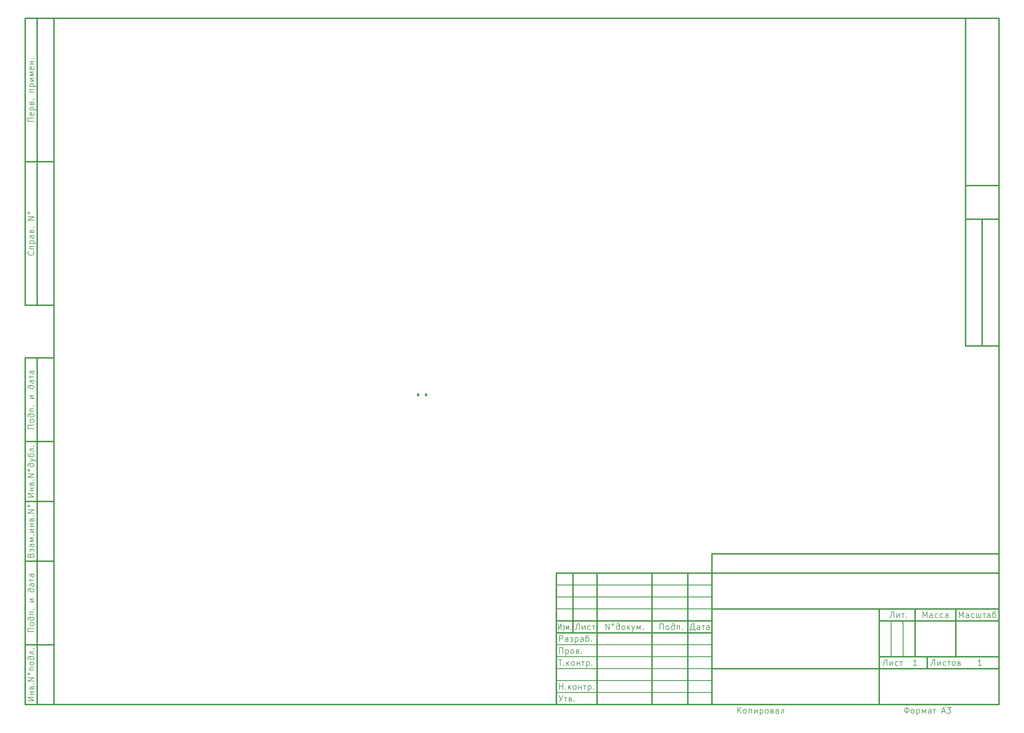
<source format=gbr>
%TF.GenerationSoftware,KiCad,Pcbnew,8.0.3*%
%TF.CreationDate,2024-08-26T14:09:17+03:00*%
%TF.ProjectId,pcb,7063622e-6b69-4636-9164-5f7063625858,rev?*%
%TF.SameCoordinates,Original*%
%TF.FileFunction,Paste,Top*%
%TF.FilePolarity,Positive*%
%FSLAX46Y46*%
G04 Gerber Fmt 4.6, Leading zero omitted, Abs format (unit mm)*
G04 Created by KiCad (PCBNEW 8.0.3) date 2024-08-26 14:09:17*
%MOMM*%
%LPD*%
G01*
G04 APERTURE LIST*
G04 Aperture macros list*
%AMRoundRect*
0 Rectangle with rounded corners*
0 $1 Rounding radius*
0 $2 $3 $4 $5 $6 $7 $8 $9 X,Y pos of 4 corners*
0 Add a 4 corners polygon primitive as box body*
4,1,4,$2,$3,$4,$5,$6,$7,$8,$9,$2,$3,0*
0 Add four circle primitives for the rounded corners*
1,1,$1+$1,$2,$3*
1,1,$1+$1,$4,$5*
1,1,$1+$1,$6,$7*
1,1,$1+$1,$8,$9*
0 Add four rect primitives between the rounded corners*
20,1,$1+$1,$2,$3,$4,$5,0*
20,1,$1+$1,$4,$5,$6,$7,0*
20,1,$1+$1,$6,$7,$8,$9,0*
20,1,$1+$1,$8,$9,$2,$3,0*%
G04 Aperture macros list end*
%ADD10C,0.100000*%
%ADD11C,0.600000*%
%ADD12C,0.300000*%
%ADD13C,0.250000*%
%ADD14RoundRect,0.225000X0.225000X0.375000X-0.225000X0.375000X-0.225000X-0.375000X0.225000X-0.375000X0*%
G04 APERTURE END LIST*
D10*
D11*
X20000000Y-292002200D02*
X414989000Y-292002200D01*
X414989000Y-5000000D01*
X20000000Y-5000000D01*
X20000000Y-292002200D01*
D10*
D11*
X8000000Y-232002200D02*
X20000000Y-232002200D01*
D10*
D11*
X8000000Y-207002200D02*
X20000000Y-207002200D01*
D10*
D11*
X8000000Y-182002200D02*
X20000000Y-182002200D01*
D10*
D11*
X400989000Y-89000000D02*
X414989000Y-89000000D01*
D10*
D11*
X400989000Y-142000000D02*
X414989000Y-142000000D01*
D10*
D11*
X400989000Y-75000000D02*
X414989000Y-75000000D01*
D10*
D11*
X400989000Y-89000000D02*
X400989000Y-142000000D01*
D10*
D11*
X407989000Y-89000000D02*
X407989000Y-142000000D01*
D10*
D11*
X400989000Y-75000000D02*
X400989000Y-89000000D01*
D10*
D11*
X400989000Y-5000000D02*
X400989000Y-75000000D01*
D10*
D11*
X8000000Y-147002200D02*
X20000000Y-147002200D01*
D10*
D11*
X8000000Y-292002200D02*
X20000000Y-292002200D01*
D10*
D11*
X8000000Y-267002200D02*
X20000000Y-267002200D01*
D10*
D11*
X294989000Y-237002200D02*
X294989000Y-292002200D01*
D10*
D11*
X284989000Y-237002200D02*
X284989000Y-292002200D01*
D10*
D11*
X269989000Y-237002200D02*
X269989000Y-292002200D01*
D10*
D11*
X246989000Y-237002200D02*
X246989000Y-292002200D01*
D10*
D11*
X236989000Y-237002200D02*
X236989000Y-262002200D01*
D10*
D12*
X229989000Y-252002200D02*
X294989000Y-252002200D01*
D10*
D12*
X229989000Y-247002200D02*
X294989000Y-247002200D01*
D10*
D12*
X229989000Y-242002200D02*
X294989000Y-242002200D01*
D10*
D11*
X229989000Y-262002200D02*
X294989000Y-262002200D01*
D10*
D11*
X229989000Y-257002200D02*
X294989000Y-257002200D01*
D10*
D12*
X229989000Y-287002200D02*
X294989000Y-287002200D01*
D10*
D12*
X229989000Y-282002200D02*
X294989000Y-282002200D01*
D10*
D12*
X229989000Y-277002200D02*
X294989000Y-277002200D01*
D10*
D12*
X229989000Y-272002200D02*
X294989000Y-272002200D01*
D10*
D12*
X229989000Y-267002200D02*
X294989000Y-267002200D01*
D10*
D11*
X294989000Y-229002200D02*
X414989000Y-229002200D01*
D10*
D11*
X294989000Y-237002200D02*
X294989000Y-229002200D01*
D10*
D11*
X229989000Y-237002200D02*
X414989000Y-237002200D01*
D10*
D11*
X8000000Y-147002200D02*
X8000000Y-292002200D01*
D10*
D11*
X13000000Y-147002200D02*
X13000000Y-292002200D01*
D10*
D12*
X369989000Y-257002200D02*
X369989000Y-272002200D01*
D10*
D12*
X374989000Y-257002200D02*
X374989000Y-272002200D01*
D10*
D11*
X379989000Y-252002200D02*
X379989000Y-272002200D01*
D10*
D11*
X396989000Y-252002200D02*
X396989000Y-272002200D01*
D10*
D11*
X364989000Y-272002200D02*
X414989000Y-272002200D01*
D10*
D11*
X364989000Y-257002200D02*
X414989000Y-257002200D01*
D10*
D11*
X364989000Y-252002200D02*
X364989000Y-292002200D01*
D10*
D11*
X294989000Y-277002200D02*
X414989000Y-277002200D01*
D10*
D11*
X294989000Y-252002200D02*
X414989000Y-252002200D01*
D10*
D11*
X229989000Y-292002200D02*
X229989000Y-237002200D01*
D10*
D11*
X384989000Y-272002200D02*
X384989000Y-277002200D01*
D10*
D11*
X8000000Y-5002200D02*
X20000000Y-5002200D01*
D10*
D11*
X8000000Y-65002200D02*
X20000000Y-65002200D01*
D10*
D11*
X8000000Y-125002200D02*
X20000000Y-125002200D01*
D10*
D11*
X8000000Y-5002200D02*
X8000000Y-125002200D01*
D10*
D11*
X13000000Y-5002200D02*
X13000000Y-125002200D01*
D10*
D13*
X250691380Y-260645747D02*
X250691380Y-258145747D01*
X250691380Y-258145747D02*
X252119951Y-260645747D01*
X252119951Y-260645747D02*
X252119951Y-258145747D01*
X253667570Y-258145747D02*
X253429475Y-258264795D01*
X253429475Y-258264795D02*
X253310428Y-258502890D01*
X253310428Y-258502890D02*
X253429475Y-258740985D01*
X253429475Y-258740985D02*
X253667570Y-258860033D01*
X253667570Y-258860033D02*
X253905666Y-258740985D01*
X253905666Y-258740985D02*
X254024713Y-258502890D01*
X254024713Y-258502890D02*
X253905666Y-258264795D01*
X253905666Y-258264795D02*
X253667570Y-258145747D01*
X256405666Y-259217176D02*
X256286618Y-259098128D01*
X256286618Y-259098128D02*
X256048523Y-258979080D01*
X256048523Y-258979080D02*
X255572332Y-258979080D01*
X255572332Y-258979080D02*
X255334237Y-259098128D01*
X255334237Y-259098128D02*
X255215190Y-259217176D01*
X255215190Y-259217176D02*
X255096142Y-259455271D01*
X255096142Y-259455271D02*
X255096142Y-260169557D01*
X255096142Y-260169557D02*
X255215190Y-260407652D01*
X255215190Y-260407652D02*
X255334237Y-260526700D01*
X255334237Y-260526700D02*
X255572332Y-260645747D01*
X255572332Y-260645747D02*
X255929475Y-260645747D01*
X255929475Y-260645747D02*
X256167571Y-260526700D01*
X256167571Y-260526700D02*
X256286618Y-260407652D01*
X256286618Y-260407652D02*
X256405666Y-260169557D01*
X256405666Y-260169557D02*
X256405666Y-258621938D01*
X256405666Y-258621938D02*
X256286618Y-258383842D01*
X256286618Y-258383842D02*
X256167571Y-258264795D01*
X256167571Y-258264795D02*
X255929475Y-258145747D01*
X255929475Y-258145747D02*
X255453285Y-258145747D01*
X255453285Y-258145747D02*
X255215190Y-258264795D01*
X257834237Y-260645747D02*
X257596142Y-260526700D01*
X257596142Y-260526700D02*
X257477095Y-260407652D01*
X257477095Y-260407652D02*
X257358047Y-260169557D01*
X257358047Y-260169557D02*
X257358047Y-259455271D01*
X257358047Y-259455271D02*
X257477095Y-259217176D01*
X257477095Y-259217176D02*
X257596142Y-259098128D01*
X257596142Y-259098128D02*
X257834237Y-258979080D01*
X257834237Y-258979080D02*
X258191380Y-258979080D01*
X258191380Y-258979080D02*
X258429476Y-259098128D01*
X258429476Y-259098128D02*
X258548523Y-259217176D01*
X258548523Y-259217176D02*
X258667571Y-259455271D01*
X258667571Y-259455271D02*
X258667571Y-260169557D01*
X258667571Y-260169557D02*
X258548523Y-260407652D01*
X258548523Y-260407652D02*
X258429476Y-260526700D01*
X258429476Y-260526700D02*
X258191380Y-260645747D01*
X258191380Y-260645747D02*
X257834237Y-260645747D01*
X259739000Y-258979080D02*
X259739000Y-260645747D01*
X259977095Y-259693366D02*
X260691381Y-260645747D01*
X260691381Y-258979080D02*
X259739000Y-259931461D01*
X261524714Y-258979080D02*
X262119952Y-260645747D01*
X262715191Y-258979080D02*
X262119952Y-260645747D01*
X262119952Y-260645747D02*
X261881857Y-261240985D01*
X261881857Y-261240985D02*
X261762810Y-261360033D01*
X261762810Y-261360033D02*
X261524714Y-261479080D01*
X263667572Y-260645747D02*
X263667572Y-258979080D01*
X263667572Y-258979080D02*
X264381857Y-260288604D01*
X264381857Y-260288604D02*
X265096143Y-258979080D01*
X265096143Y-258979080D02*
X265096143Y-260645747D01*
X266286620Y-260407652D02*
X266405667Y-260526700D01*
X266405667Y-260526700D02*
X266286620Y-260645747D01*
X266286620Y-260645747D02*
X266167572Y-260526700D01*
X266167572Y-260526700D02*
X266286620Y-260407652D01*
X266286620Y-260407652D02*
X266286620Y-260645747D01*
D10*
D13*
X10334023Y-229561723D02*
X10453071Y-229204580D01*
X10453071Y-229204580D02*
X10572119Y-229085533D01*
X10572119Y-229085533D02*
X10810214Y-228966485D01*
X10810214Y-228966485D02*
X11167357Y-228966485D01*
X11167357Y-228966485D02*
X11405452Y-229085533D01*
X11405452Y-229085533D02*
X11524500Y-229204580D01*
X11524500Y-229204580D02*
X11643547Y-229442675D01*
X11643547Y-229442675D02*
X11643547Y-230395056D01*
X11643547Y-230395056D02*
X9143547Y-230395056D01*
X9143547Y-230395056D02*
X9143547Y-229561723D01*
X9143547Y-229561723D02*
X9262595Y-229323628D01*
X9262595Y-229323628D02*
X9381642Y-229204580D01*
X9381642Y-229204580D02*
X9619738Y-229085533D01*
X9619738Y-229085533D02*
X9857833Y-229085533D01*
X9857833Y-229085533D02*
X10095928Y-229204580D01*
X10095928Y-229204580D02*
X10214976Y-229323628D01*
X10214976Y-229323628D02*
X10334023Y-229561723D01*
X10334023Y-229561723D02*
X10334023Y-230395056D01*
X10810214Y-227656961D02*
X10810214Y-227418866D01*
X10095928Y-228133152D02*
X9976880Y-227895056D01*
X9976880Y-227895056D02*
X9976880Y-227418866D01*
X9976880Y-227418866D02*
X10095928Y-227180771D01*
X10095928Y-227180771D02*
X10334023Y-227061723D01*
X10334023Y-227061723D02*
X10453071Y-227061723D01*
X10453071Y-227061723D02*
X10691166Y-227180771D01*
X10691166Y-227180771D02*
X10810214Y-227418866D01*
X10810214Y-227418866D02*
X10929261Y-227180771D01*
X10929261Y-227180771D02*
X11167357Y-227061723D01*
X11167357Y-227061723D02*
X11286404Y-227061723D01*
X11286404Y-227061723D02*
X11524500Y-227180771D01*
X11524500Y-227180771D02*
X11643547Y-227418866D01*
X11643547Y-227418866D02*
X11643547Y-227895056D01*
X11643547Y-227895056D02*
X11524500Y-228133152D01*
X11643547Y-224918866D02*
X10334023Y-224918866D01*
X10334023Y-224918866D02*
X10095928Y-225037913D01*
X10095928Y-225037913D02*
X9976880Y-225276009D01*
X9976880Y-225276009D02*
X9976880Y-225752199D01*
X9976880Y-225752199D02*
X10095928Y-225990294D01*
X11524500Y-224918866D02*
X11643547Y-225156961D01*
X11643547Y-225156961D02*
X11643547Y-225752199D01*
X11643547Y-225752199D02*
X11524500Y-225990294D01*
X11524500Y-225990294D02*
X11286404Y-226109342D01*
X11286404Y-226109342D02*
X11048309Y-226109342D01*
X11048309Y-226109342D02*
X10810214Y-225990294D01*
X10810214Y-225990294D02*
X10691166Y-225752199D01*
X10691166Y-225752199D02*
X10691166Y-225156961D01*
X10691166Y-225156961D02*
X10572119Y-224918866D01*
X11643547Y-223728389D02*
X9976880Y-223728389D01*
X9976880Y-223728389D02*
X11286404Y-223014104D01*
X11286404Y-223014104D02*
X9976880Y-222299818D01*
X9976880Y-222299818D02*
X11643547Y-222299818D01*
X11405452Y-221109341D02*
X11524500Y-220990294D01*
X11524500Y-220990294D02*
X11643547Y-221109341D01*
X11643547Y-221109341D02*
X11524500Y-221228389D01*
X11524500Y-221228389D02*
X11405452Y-221109341D01*
X11405452Y-221109341D02*
X11643547Y-221109341D01*
X9976880Y-219918865D02*
X11643547Y-219918865D01*
X11643547Y-219918865D02*
X9976880Y-218728389D01*
X9976880Y-218728389D02*
X11643547Y-218728389D01*
X10810214Y-217537913D02*
X10810214Y-216466485D01*
X9976880Y-217537913D02*
X11643547Y-217537913D01*
X9976880Y-216466485D02*
X11643547Y-216466485D01*
X10810214Y-214680770D02*
X10929261Y-214323627D01*
X10929261Y-214323627D02*
X11167357Y-214204580D01*
X11167357Y-214204580D02*
X11286404Y-214204580D01*
X11286404Y-214204580D02*
X11524500Y-214323627D01*
X11524500Y-214323627D02*
X11643547Y-214561723D01*
X11643547Y-214561723D02*
X11643547Y-215276008D01*
X11643547Y-215276008D02*
X9976880Y-215276008D01*
X9976880Y-215276008D02*
X9976880Y-214680770D01*
X9976880Y-214680770D02*
X10095928Y-214442675D01*
X10095928Y-214442675D02*
X10334023Y-214323627D01*
X10334023Y-214323627D02*
X10453071Y-214323627D01*
X10453071Y-214323627D02*
X10691166Y-214442675D01*
X10691166Y-214442675D02*
X10810214Y-214680770D01*
X10810214Y-214680770D02*
X10810214Y-215276008D01*
X11405452Y-213133151D02*
X11524500Y-213014104D01*
X11524500Y-213014104D02*
X11643547Y-213133151D01*
X11643547Y-213133151D02*
X11524500Y-213252199D01*
X11524500Y-213252199D02*
X11405452Y-213133151D01*
X11405452Y-213133151D02*
X11643547Y-213133151D01*
X11643547Y-211942675D02*
X9143547Y-211942675D01*
X9143547Y-211942675D02*
X11643547Y-210514104D01*
X11643547Y-210514104D02*
X9143547Y-210514104D01*
X9143547Y-208966485D02*
X9262595Y-209204580D01*
X9262595Y-209204580D02*
X9500690Y-209323627D01*
X9500690Y-209323627D02*
X9738785Y-209204580D01*
X9738785Y-209204580D02*
X9857833Y-208966485D01*
X9857833Y-208966485D02*
X9738785Y-208728389D01*
X9738785Y-208728389D02*
X9500690Y-208609342D01*
X9500690Y-208609342D02*
X9262595Y-208728389D01*
X9262595Y-208728389D02*
X9143547Y-208966485D01*
D10*
D13*
X287965190Y-261240985D02*
X287965190Y-260645747D01*
X287965190Y-260645747D02*
X285822332Y-260645747D01*
X285822332Y-260645747D02*
X285822332Y-261240985D01*
X287488999Y-260645747D02*
X287488999Y-258145747D01*
X287488999Y-258145747D02*
X286893761Y-258145747D01*
X286893761Y-258145747D02*
X286655666Y-258264795D01*
X286655666Y-258264795D02*
X286536618Y-258383842D01*
X286536618Y-258383842D02*
X286417570Y-258621938D01*
X286417570Y-258621938D02*
X286179475Y-260645747D01*
X289988999Y-260645747D02*
X289988999Y-259336223D01*
X289988999Y-259336223D02*
X289869952Y-259098128D01*
X289869952Y-259098128D02*
X289631856Y-258979080D01*
X289631856Y-258979080D02*
X289155666Y-258979080D01*
X289155666Y-258979080D02*
X288917571Y-259098128D01*
X289988999Y-260526700D02*
X289750904Y-260645747D01*
X289750904Y-260645747D02*
X289155666Y-260645747D01*
X289155666Y-260645747D02*
X288917571Y-260526700D01*
X288917571Y-260526700D02*
X288798523Y-260288604D01*
X288798523Y-260288604D02*
X288798523Y-260050509D01*
X288798523Y-260050509D02*
X288917571Y-259812414D01*
X288917571Y-259812414D02*
X289155666Y-259693366D01*
X289155666Y-259693366D02*
X289750904Y-259693366D01*
X289750904Y-259693366D02*
X289988999Y-259574319D01*
X290822333Y-258979080D02*
X292012809Y-258979080D01*
X291417571Y-258979080D02*
X291417571Y-260645747D01*
X293917571Y-260645747D02*
X293917571Y-259336223D01*
X293917571Y-259336223D02*
X293798524Y-259098128D01*
X293798524Y-259098128D02*
X293560428Y-258979080D01*
X293560428Y-258979080D02*
X293084238Y-258979080D01*
X293084238Y-258979080D02*
X292846143Y-259098128D01*
X293917571Y-260526700D02*
X293679476Y-260645747D01*
X293679476Y-260645747D02*
X293084238Y-260645747D01*
X293084238Y-260645747D02*
X292846143Y-260526700D01*
X292846143Y-260526700D02*
X292727095Y-260288604D01*
X292727095Y-260288604D02*
X292727095Y-260050509D01*
X292727095Y-260050509D02*
X292846143Y-259812414D01*
X292846143Y-259812414D02*
X293084238Y-259693366D01*
X293084238Y-259693366D02*
X293679476Y-259693366D01*
X293679476Y-259693366D02*
X293917571Y-259574319D01*
D10*
D13*
X230909634Y-258145747D02*
X230909634Y-260645747D01*
X230909634Y-260645747D02*
X231941380Y-258145747D01*
X231941380Y-258145747D02*
X231941380Y-260645747D01*
X232973127Y-259812414D02*
X233145084Y-259812414D01*
X232629211Y-259098128D02*
X232801169Y-258979080D01*
X232801169Y-258979080D02*
X233145084Y-258979080D01*
X233145084Y-258979080D02*
X233317042Y-259098128D01*
X233317042Y-259098128D02*
X233403021Y-259336223D01*
X233403021Y-259336223D02*
X233403021Y-259455271D01*
X233403021Y-259455271D02*
X233317042Y-259693366D01*
X233317042Y-259693366D02*
X233145084Y-259812414D01*
X233145084Y-259812414D02*
X233317042Y-259931461D01*
X233317042Y-259931461D02*
X233403021Y-260169557D01*
X233403021Y-260169557D02*
X233403021Y-260288604D01*
X233403021Y-260288604D02*
X233317042Y-260526700D01*
X233317042Y-260526700D02*
X233145084Y-260645747D01*
X233145084Y-260645747D02*
X232801169Y-260645747D01*
X232801169Y-260645747D02*
X232629211Y-260526700D01*
X234176831Y-260645747D02*
X234176831Y-258979080D01*
X234176831Y-258979080D02*
X234692704Y-260288604D01*
X234692704Y-260288604D02*
X235208577Y-258979080D01*
X235208577Y-258979080D02*
X235208577Y-260645747D01*
X236068366Y-260407652D02*
X236154345Y-260526700D01*
X236154345Y-260526700D02*
X236068366Y-260645747D01*
X236068366Y-260645747D02*
X235982387Y-260526700D01*
X235982387Y-260526700D02*
X236068366Y-260407652D01*
X236068366Y-260407652D02*
X236068366Y-260645747D01*
D10*
D13*
X9143547Y-205156961D02*
X11643547Y-205156961D01*
X11643547Y-205156961D02*
X9143547Y-203728390D01*
X9143547Y-203728390D02*
X11643547Y-203728390D01*
X10810214Y-202537913D02*
X10810214Y-201466485D01*
X9976880Y-202537913D02*
X11643547Y-202537913D01*
X9976880Y-201466485D02*
X11643547Y-201466485D01*
X10810214Y-199680770D02*
X10929261Y-199323627D01*
X10929261Y-199323627D02*
X11167357Y-199204580D01*
X11167357Y-199204580D02*
X11286404Y-199204580D01*
X11286404Y-199204580D02*
X11524500Y-199323627D01*
X11524500Y-199323627D02*
X11643547Y-199561723D01*
X11643547Y-199561723D02*
X11643547Y-200276008D01*
X11643547Y-200276008D02*
X9976880Y-200276008D01*
X9976880Y-200276008D02*
X9976880Y-199680770D01*
X9976880Y-199680770D02*
X10095928Y-199442675D01*
X10095928Y-199442675D02*
X10334023Y-199323627D01*
X10334023Y-199323627D02*
X10453071Y-199323627D01*
X10453071Y-199323627D02*
X10691166Y-199442675D01*
X10691166Y-199442675D02*
X10810214Y-199680770D01*
X10810214Y-199680770D02*
X10810214Y-200276008D01*
X11405452Y-198133151D02*
X11524500Y-198014104D01*
X11524500Y-198014104D02*
X11643547Y-198133151D01*
X11643547Y-198133151D02*
X11524500Y-198252199D01*
X11524500Y-198252199D02*
X11405452Y-198133151D01*
X11405452Y-198133151D02*
X11643547Y-198133151D01*
X11643547Y-196942675D02*
X9143547Y-196942675D01*
X9143547Y-196942675D02*
X11643547Y-195514104D01*
X11643547Y-195514104D02*
X9143547Y-195514104D01*
X9143547Y-193966485D02*
X9262595Y-194204580D01*
X9262595Y-194204580D02*
X9500690Y-194323627D01*
X9500690Y-194323627D02*
X9738785Y-194204580D01*
X9738785Y-194204580D02*
X9857833Y-193966485D01*
X9857833Y-193966485D02*
X9738785Y-193728389D01*
X9738785Y-193728389D02*
X9500690Y-193609342D01*
X9500690Y-193609342D02*
X9262595Y-193728389D01*
X9262595Y-193728389D02*
X9143547Y-193966485D01*
X10214976Y-191228389D02*
X10095928Y-191347437D01*
X10095928Y-191347437D02*
X9976880Y-191585532D01*
X9976880Y-191585532D02*
X9976880Y-192061723D01*
X9976880Y-192061723D02*
X10095928Y-192299818D01*
X10095928Y-192299818D02*
X10214976Y-192418865D01*
X10214976Y-192418865D02*
X10453071Y-192537913D01*
X10453071Y-192537913D02*
X11167357Y-192537913D01*
X11167357Y-192537913D02*
X11405452Y-192418865D01*
X11405452Y-192418865D02*
X11524500Y-192299818D01*
X11524500Y-192299818D02*
X11643547Y-192061723D01*
X11643547Y-192061723D02*
X11643547Y-191704580D01*
X11643547Y-191704580D02*
X11524500Y-191466484D01*
X11524500Y-191466484D02*
X11405452Y-191347437D01*
X11405452Y-191347437D02*
X11167357Y-191228389D01*
X11167357Y-191228389D02*
X9619738Y-191228389D01*
X9619738Y-191228389D02*
X9381642Y-191347437D01*
X9381642Y-191347437D02*
X9262595Y-191466484D01*
X9262595Y-191466484D02*
X9143547Y-191704580D01*
X9143547Y-191704580D02*
X9143547Y-192180770D01*
X9143547Y-192180770D02*
X9262595Y-192418865D01*
X9976880Y-190395056D02*
X11643547Y-189799818D01*
X9976880Y-189204579D02*
X11643547Y-189799818D01*
X11643547Y-189799818D02*
X12238785Y-190037913D01*
X12238785Y-190037913D02*
X12357833Y-190156960D01*
X12357833Y-190156960D02*
X12476880Y-190395056D01*
X9024500Y-187061722D02*
X9143547Y-187180770D01*
X9143547Y-187180770D02*
X9262595Y-187418865D01*
X9262595Y-187418865D02*
X9262595Y-187895056D01*
X9262595Y-187895056D02*
X9381642Y-188133151D01*
X9381642Y-188133151D02*
X9500690Y-188252198D01*
X9500690Y-188252198D02*
X9738785Y-188371246D01*
X9738785Y-188371246D02*
X11167357Y-188371246D01*
X11167357Y-188371246D02*
X11405452Y-188252198D01*
X11405452Y-188252198D02*
X11524500Y-188133151D01*
X11524500Y-188133151D02*
X11643547Y-187895056D01*
X11643547Y-187895056D02*
X11643547Y-187537913D01*
X11643547Y-187537913D02*
X11524500Y-187299817D01*
X11524500Y-187299817D02*
X11405452Y-187180770D01*
X11405452Y-187180770D02*
X11167357Y-187061722D01*
X11167357Y-187061722D02*
X10453071Y-187061722D01*
X10453071Y-187061722D02*
X10214976Y-187180770D01*
X10214976Y-187180770D02*
X10095928Y-187299817D01*
X10095928Y-187299817D02*
X9976880Y-187537913D01*
X9976880Y-187537913D02*
X9976880Y-188014103D01*
X9976880Y-188014103D02*
X10095928Y-188252198D01*
X10095928Y-188252198D02*
X10214976Y-188371246D01*
X11643547Y-185037912D02*
X9976880Y-185037912D01*
X9976880Y-185037912D02*
X9976880Y-185395055D01*
X9976880Y-185395055D02*
X10095928Y-185633151D01*
X10095928Y-185633151D02*
X10334023Y-185752198D01*
X10334023Y-185752198D02*
X11286404Y-185871246D01*
X11286404Y-185871246D02*
X11524500Y-185990293D01*
X11524500Y-185990293D02*
X11643547Y-186228389D01*
X11405452Y-183847436D02*
X11524500Y-183728389D01*
X11524500Y-183728389D02*
X11643547Y-183847436D01*
X11643547Y-183847436D02*
X11524500Y-183966484D01*
X11524500Y-183966484D02*
X11405452Y-183847436D01*
X11405452Y-183847436D02*
X11643547Y-183847436D01*
D10*
D13*
X9143547Y-290335533D02*
X11643547Y-290335533D01*
X11643547Y-290335533D02*
X9143547Y-288906962D01*
X9143547Y-288906962D02*
X11643547Y-288906962D01*
X10810214Y-287716485D02*
X10810214Y-286645057D01*
X9976880Y-287716485D02*
X11643547Y-287716485D01*
X9976880Y-286645057D02*
X11643547Y-286645057D01*
X10810214Y-284859342D02*
X10929261Y-284502199D01*
X10929261Y-284502199D02*
X11167357Y-284383152D01*
X11167357Y-284383152D02*
X11286404Y-284383152D01*
X11286404Y-284383152D02*
X11524500Y-284502199D01*
X11524500Y-284502199D02*
X11643547Y-284740295D01*
X11643547Y-284740295D02*
X11643547Y-285454580D01*
X11643547Y-285454580D02*
X9976880Y-285454580D01*
X9976880Y-285454580D02*
X9976880Y-284859342D01*
X9976880Y-284859342D02*
X10095928Y-284621247D01*
X10095928Y-284621247D02*
X10334023Y-284502199D01*
X10334023Y-284502199D02*
X10453071Y-284502199D01*
X10453071Y-284502199D02*
X10691166Y-284621247D01*
X10691166Y-284621247D02*
X10810214Y-284859342D01*
X10810214Y-284859342D02*
X10810214Y-285454580D01*
X11405452Y-283311723D02*
X11524500Y-283192676D01*
X11524500Y-283192676D02*
X11643547Y-283311723D01*
X11643547Y-283311723D02*
X11524500Y-283430771D01*
X11524500Y-283430771D02*
X11405452Y-283311723D01*
X11405452Y-283311723D02*
X11643547Y-283311723D01*
X11643547Y-282121247D02*
X9143547Y-282121247D01*
X9143547Y-282121247D02*
X11643547Y-280692676D01*
X11643547Y-280692676D02*
X9143547Y-280692676D01*
X9143547Y-279145057D02*
X9262595Y-279383152D01*
X9262595Y-279383152D02*
X9500690Y-279502199D01*
X9500690Y-279502199D02*
X9738785Y-279383152D01*
X9738785Y-279383152D02*
X9857833Y-279145057D01*
X9857833Y-279145057D02*
X9738785Y-278906961D01*
X9738785Y-278906961D02*
X9500690Y-278787914D01*
X9500690Y-278787914D02*
X9262595Y-278906961D01*
X9262595Y-278906961D02*
X9143547Y-279145057D01*
X11643547Y-277597437D02*
X9976880Y-277597437D01*
X9976880Y-277597437D02*
X9976880Y-276526009D01*
X9976880Y-276526009D02*
X11643547Y-276526009D01*
X11643547Y-274978390D02*
X11524500Y-275216485D01*
X11524500Y-275216485D02*
X11405452Y-275335532D01*
X11405452Y-275335532D02*
X11167357Y-275454580D01*
X11167357Y-275454580D02*
X10453071Y-275454580D01*
X10453071Y-275454580D02*
X10214976Y-275335532D01*
X10214976Y-275335532D02*
X10095928Y-275216485D01*
X10095928Y-275216485D02*
X9976880Y-274978390D01*
X9976880Y-274978390D02*
X9976880Y-274621247D01*
X9976880Y-274621247D02*
X10095928Y-274383151D01*
X10095928Y-274383151D02*
X10214976Y-274264104D01*
X10214976Y-274264104D02*
X10453071Y-274145056D01*
X10453071Y-274145056D02*
X11167357Y-274145056D01*
X11167357Y-274145056D02*
X11405452Y-274264104D01*
X11405452Y-274264104D02*
X11524500Y-274383151D01*
X11524500Y-274383151D02*
X11643547Y-274621247D01*
X11643547Y-274621247D02*
X11643547Y-274978390D01*
X10214976Y-271883151D02*
X10095928Y-272002199D01*
X10095928Y-272002199D02*
X9976880Y-272240294D01*
X9976880Y-272240294D02*
X9976880Y-272716485D01*
X9976880Y-272716485D02*
X10095928Y-272954580D01*
X10095928Y-272954580D02*
X10214976Y-273073627D01*
X10214976Y-273073627D02*
X10453071Y-273192675D01*
X10453071Y-273192675D02*
X11167357Y-273192675D01*
X11167357Y-273192675D02*
X11405452Y-273073627D01*
X11405452Y-273073627D02*
X11524500Y-272954580D01*
X11524500Y-272954580D02*
X11643547Y-272716485D01*
X11643547Y-272716485D02*
X11643547Y-272359342D01*
X11643547Y-272359342D02*
X11524500Y-272121246D01*
X11524500Y-272121246D02*
X11405452Y-272002199D01*
X11405452Y-272002199D02*
X11167357Y-271883151D01*
X11167357Y-271883151D02*
X9619738Y-271883151D01*
X9619738Y-271883151D02*
X9381642Y-272002199D01*
X9381642Y-272002199D02*
X9262595Y-272121246D01*
X9262595Y-272121246D02*
X9143547Y-272359342D01*
X9143547Y-272359342D02*
X9143547Y-272835532D01*
X9143547Y-272835532D02*
X9262595Y-273073627D01*
X11643547Y-269859341D02*
X9976880Y-269859341D01*
X9976880Y-269859341D02*
X9976880Y-270216484D01*
X9976880Y-270216484D02*
X10095928Y-270454580D01*
X10095928Y-270454580D02*
X10334023Y-270573627D01*
X10334023Y-270573627D02*
X11286404Y-270692675D01*
X11286404Y-270692675D02*
X11524500Y-270811722D01*
X11524500Y-270811722D02*
X11643547Y-271049818D01*
X11405452Y-268668865D02*
X11524500Y-268549818D01*
X11524500Y-268549818D02*
X11643547Y-268668865D01*
X11643547Y-268668865D02*
X11524500Y-268787913D01*
X11524500Y-268787913D02*
X11405452Y-268668865D01*
X11405452Y-268668865D02*
X11643547Y-268668865D01*
D10*
D13*
X305748711Y-295645747D02*
X305748711Y-293145747D01*
X307177282Y-295645747D02*
X306105853Y-294217176D01*
X307177282Y-293145747D02*
X305748711Y-294574319D01*
X308605853Y-295645747D02*
X308367758Y-295526700D01*
X308367758Y-295526700D02*
X308248711Y-295407652D01*
X308248711Y-295407652D02*
X308129663Y-295169557D01*
X308129663Y-295169557D02*
X308129663Y-294455271D01*
X308129663Y-294455271D02*
X308248711Y-294217176D01*
X308248711Y-294217176D02*
X308367758Y-294098128D01*
X308367758Y-294098128D02*
X308605853Y-293979080D01*
X308605853Y-293979080D02*
X308962996Y-293979080D01*
X308962996Y-293979080D02*
X309201092Y-294098128D01*
X309201092Y-294098128D02*
X309320139Y-294217176D01*
X309320139Y-294217176D02*
X309439187Y-294455271D01*
X309439187Y-294455271D02*
X309439187Y-295169557D01*
X309439187Y-295169557D02*
X309320139Y-295407652D01*
X309320139Y-295407652D02*
X309201092Y-295526700D01*
X309201092Y-295526700D02*
X308962996Y-295645747D01*
X308962996Y-295645747D02*
X308605853Y-295645747D01*
X310510616Y-295645747D02*
X310510616Y-293979080D01*
X310510616Y-293979080D02*
X311582044Y-293979080D01*
X311582044Y-293979080D02*
X311582044Y-295645747D01*
X312772521Y-293979080D02*
X312772521Y-295645747D01*
X312772521Y-295645747D02*
X313962997Y-293979080D01*
X313962997Y-293979080D02*
X313962997Y-295645747D01*
X315153473Y-293979080D02*
X315153473Y-296479080D01*
X315153473Y-294098128D02*
X315391568Y-293979080D01*
X315391568Y-293979080D02*
X315867758Y-293979080D01*
X315867758Y-293979080D02*
X316105854Y-294098128D01*
X316105854Y-294098128D02*
X316224901Y-294217176D01*
X316224901Y-294217176D02*
X316343949Y-294455271D01*
X316343949Y-294455271D02*
X316343949Y-295169557D01*
X316343949Y-295169557D02*
X316224901Y-295407652D01*
X316224901Y-295407652D02*
X316105854Y-295526700D01*
X316105854Y-295526700D02*
X315867758Y-295645747D01*
X315867758Y-295645747D02*
X315391568Y-295645747D01*
X315391568Y-295645747D02*
X315153473Y-295526700D01*
X317772520Y-295645747D02*
X317534425Y-295526700D01*
X317534425Y-295526700D02*
X317415378Y-295407652D01*
X317415378Y-295407652D02*
X317296330Y-295169557D01*
X317296330Y-295169557D02*
X317296330Y-294455271D01*
X317296330Y-294455271D02*
X317415378Y-294217176D01*
X317415378Y-294217176D02*
X317534425Y-294098128D01*
X317534425Y-294098128D02*
X317772520Y-293979080D01*
X317772520Y-293979080D02*
X318129663Y-293979080D01*
X318129663Y-293979080D02*
X318367759Y-294098128D01*
X318367759Y-294098128D02*
X318486806Y-294217176D01*
X318486806Y-294217176D02*
X318605854Y-294455271D01*
X318605854Y-294455271D02*
X318605854Y-295169557D01*
X318605854Y-295169557D02*
X318486806Y-295407652D01*
X318486806Y-295407652D02*
X318367759Y-295526700D01*
X318367759Y-295526700D02*
X318129663Y-295645747D01*
X318129663Y-295645747D02*
X317772520Y-295645747D01*
X320272521Y-294812414D02*
X320629664Y-294931461D01*
X320629664Y-294931461D02*
X320748711Y-295169557D01*
X320748711Y-295169557D02*
X320748711Y-295288604D01*
X320748711Y-295288604D02*
X320629664Y-295526700D01*
X320629664Y-295526700D02*
X320391568Y-295645747D01*
X320391568Y-295645747D02*
X319677283Y-295645747D01*
X319677283Y-295645747D02*
X319677283Y-293979080D01*
X319677283Y-293979080D02*
X320272521Y-293979080D01*
X320272521Y-293979080D02*
X320510616Y-294098128D01*
X320510616Y-294098128D02*
X320629664Y-294336223D01*
X320629664Y-294336223D02*
X320629664Y-294455271D01*
X320629664Y-294455271D02*
X320510616Y-294693366D01*
X320510616Y-294693366D02*
X320272521Y-294812414D01*
X320272521Y-294812414D02*
X319677283Y-294812414D01*
X322891568Y-295645747D02*
X322891568Y-294336223D01*
X322891568Y-294336223D02*
X322772521Y-294098128D01*
X322772521Y-294098128D02*
X322534425Y-293979080D01*
X322534425Y-293979080D02*
X322058235Y-293979080D01*
X322058235Y-293979080D02*
X321820140Y-294098128D01*
X322891568Y-295526700D02*
X322653473Y-295645747D01*
X322653473Y-295645747D02*
X322058235Y-295645747D01*
X322058235Y-295645747D02*
X321820140Y-295526700D01*
X321820140Y-295526700D02*
X321701092Y-295288604D01*
X321701092Y-295288604D02*
X321701092Y-295050509D01*
X321701092Y-295050509D02*
X321820140Y-294812414D01*
X321820140Y-294812414D02*
X322058235Y-294693366D01*
X322058235Y-294693366D02*
X322653473Y-294693366D01*
X322653473Y-294693366D02*
X322891568Y-294574319D01*
X325034426Y-295645747D02*
X325034426Y-293979080D01*
X325034426Y-293979080D02*
X324677283Y-293979080D01*
X324677283Y-293979080D02*
X324439187Y-294098128D01*
X324439187Y-294098128D02*
X324320140Y-294336223D01*
X324320140Y-294336223D02*
X324201092Y-295288604D01*
X324201092Y-295288604D02*
X324082045Y-295526700D01*
X324082045Y-295526700D02*
X323843949Y-295645747D01*
D10*
D13*
X368177282Y-275645747D02*
X368177282Y-273145747D01*
X368177282Y-273145747D02*
X367820139Y-273145747D01*
X367820139Y-273145747D02*
X367462996Y-273264795D01*
X367462996Y-273264795D02*
X367224901Y-273502890D01*
X367224901Y-273502890D02*
X367105853Y-273860033D01*
X367105853Y-273860033D02*
X366867758Y-275288604D01*
X366867758Y-275288604D02*
X366748711Y-275526700D01*
X366748711Y-275526700D02*
X366510615Y-275645747D01*
X366510615Y-275645747D02*
X366391568Y-275645747D01*
X369367759Y-273979080D02*
X369367759Y-275645747D01*
X369367759Y-275645747D02*
X370558235Y-273979080D01*
X370558235Y-273979080D02*
X370558235Y-275645747D01*
X372820139Y-275526700D02*
X372582044Y-275645747D01*
X372582044Y-275645747D02*
X372105853Y-275645747D01*
X372105853Y-275645747D02*
X371867758Y-275526700D01*
X371867758Y-275526700D02*
X371748711Y-275407652D01*
X371748711Y-275407652D02*
X371629663Y-275169557D01*
X371629663Y-275169557D02*
X371629663Y-274455271D01*
X371629663Y-274455271D02*
X371748711Y-274217176D01*
X371748711Y-274217176D02*
X371867758Y-274098128D01*
X371867758Y-274098128D02*
X372105853Y-273979080D01*
X372105853Y-273979080D02*
X372582044Y-273979080D01*
X372582044Y-273979080D02*
X372820139Y-274098128D01*
X373534425Y-273979080D02*
X374724901Y-273979080D01*
X374129663Y-273979080D02*
X374129663Y-275645747D01*
D10*
D13*
X239608047Y-260645747D02*
X239608047Y-258145747D01*
X239608047Y-258145747D02*
X239250904Y-258145747D01*
X239250904Y-258145747D02*
X238893761Y-258264795D01*
X238893761Y-258264795D02*
X238655666Y-258502890D01*
X238655666Y-258502890D02*
X238536618Y-258860033D01*
X238536618Y-258860033D02*
X238298523Y-260288604D01*
X238298523Y-260288604D02*
X238179476Y-260526700D01*
X238179476Y-260526700D02*
X237941380Y-260645747D01*
X237941380Y-260645747D02*
X237822333Y-260645747D01*
X240798524Y-258979080D02*
X240798524Y-260645747D01*
X240798524Y-260645747D02*
X241989000Y-258979080D01*
X241989000Y-258979080D02*
X241989000Y-260645747D01*
X244250904Y-260526700D02*
X244012809Y-260645747D01*
X244012809Y-260645747D02*
X243536618Y-260645747D01*
X243536618Y-260645747D02*
X243298523Y-260526700D01*
X243298523Y-260526700D02*
X243179476Y-260407652D01*
X243179476Y-260407652D02*
X243060428Y-260169557D01*
X243060428Y-260169557D02*
X243060428Y-259455271D01*
X243060428Y-259455271D02*
X243179476Y-259217176D01*
X243179476Y-259217176D02*
X243298523Y-259098128D01*
X243298523Y-259098128D02*
X243536618Y-258979080D01*
X243536618Y-258979080D02*
X244012809Y-258979080D01*
X244012809Y-258979080D02*
X244250904Y-259098128D01*
X244965190Y-258979080D02*
X246155666Y-258979080D01*
X245560428Y-258979080D02*
X245560428Y-260645747D01*
D10*
D13*
X388177282Y-275645747D02*
X388177282Y-273145747D01*
X388177282Y-273145747D02*
X387820139Y-273145747D01*
X387820139Y-273145747D02*
X387462996Y-273264795D01*
X387462996Y-273264795D02*
X387224901Y-273502890D01*
X387224901Y-273502890D02*
X387105853Y-273860033D01*
X387105853Y-273860033D02*
X386867758Y-275288604D01*
X386867758Y-275288604D02*
X386748711Y-275526700D01*
X386748711Y-275526700D02*
X386510615Y-275645747D01*
X386510615Y-275645747D02*
X386391568Y-275645747D01*
X389367759Y-273979080D02*
X389367759Y-275645747D01*
X389367759Y-275645747D02*
X390558235Y-273979080D01*
X390558235Y-273979080D02*
X390558235Y-275645747D01*
X392820139Y-275526700D02*
X392582044Y-275645747D01*
X392582044Y-275645747D02*
X392105853Y-275645747D01*
X392105853Y-275645747D02*
X391867758Y-275526700D01*
X391867758Y-275526700D02*
X391748711Y-275407652D01*
X391748711Y-275407652D02*
X391629663Y-275169557D01*
X391629663Y-275169557D02*
X391629663Y-274455271D01*
X391629663Y-274455271D02*
X391748711Y-274217176D01*
X391748711Y-274217176D02*
X391867758Y-274098128D01*
X391867758Y-274098128D02*
X392105853Y-273979080D01*
X392105853Y-273979080D02*
X392582044Y-273979080D01*
X392582044Y-273979080D02*
X392820139Y-274098128D01*
X393534425Y-273979080D02*
X394724901Y-273979080D01*
X394129663Y-273979080D02*
X394129663Y-275645747D01*
X395915377Y-275645747D02*
X395677282Y-275526700D01*
X395677282Y-275526700D02*
X395558235Y-275407652D01*
X395558235Y-275407652D02*
X395439187Y-275169557D01*
X395439187Y-275169557D02*
X395439187Y-274455271D01*
X395439187Y-274455271D02*
X395558235Y-274217176D01*
X395558235Y-274217176D02*
X395677282Y-274098128D01*
X395677282Y-274098128D02*
X395915377Y-273979080D01*
X395915377Y-273979080D02*
X396272520Y-273979080D01*
X396272520Y-273979080D02*
X396510616Y-274098128D01*
X396510616Y-274098128D02*
X396629663Y-274217176D01*
X396629663Y-274217176D02*
X396748711Y-274455271D01*
X396748711Y-274455271D02*
X396748711Y-275169557D01*
X396748711Y-275169557D02*
X396629663Y-275407652D01*
X396629663Y-275407652D02*
X396510616Y-275526700D01*
X396510616Y-275526700D02*
X396272520Y-275645747D01*
X396272520Y-275645747D02*
X395915377Y-275645747D01*
X398415378Y-274812414D02*
X398772521Y-274931461D01*
X398772521Y-274931461D02*
X398891568Y-275169557D01*
X398891568Y-275169557D02*
X398891568Y-275288604D01*
X398891568Y-275288604D02*
X398772521Y-275526700D01*
X398772521Y-275526700D02*
X398534425Y-275645747D01*
X398534425Y-275645747D02*
X397820140Y-275645747D01*
X397820140Y-275645747D02*
X397820140Y-273979080D01*
X397820140Y-273979080D02*
X398415378Y-273979080D01*
X398415378Y-273979080D02*
X398653473Y-274098128D01*
X398653473Y-274098128D02*
X398772521Y-274336223D01*
X398772521Y-274336223D02*
X398772521Y-274455271D01*
X398772521Y-274455271D02*
X398653473Y-274693366D01*
X398653473Y-274693366D02*
X398415378Y-274812414D01*
X398415378Y-274812414D02*
X397820140Y-274812414D01*
D10*
D13*
X371084238Y-255645747D02*
X371084238Y-253145747D01*
X371084238Y-253145747D02*
X370727095Y-253145747D01*
X370727095Y-253145747D02*
X370369952Y-253264795D01*
X370369952Y-253264795D02*
X370131857Y-253502890D01*
X370131857Y-253502890D02*
X370012809Y-253860033D01*
X370012809Y-253860033D02*
X369774714Y-255288604D01*
X369774714Y-255288604D02*
X369655667Y-255526700D01*
X369655667Y-255526700D02*
X369417571Y-255645747D01*
X369417571Y-255645747D02*
X369298524Y-255645747D01*
X372274715Y-253979080D02*
X372274715Y-255645747D01*
X372274715Y-255645747D02*
X373465191Y-253979080D01*
X373465191Y-253979080D02*
X373465191Y-255645747D01*
X374298524Y-253979080D02*
X375489000Y-253979080D01*
X374893762Y-253979080D02*
X374893762Y-255645747D01*
X376322334Y-255407652D02*
X376441381Y-255526700D01*
X376441381Y-255526700D02*
X376322334Y-255645747D01*
X376322334Y-255645747D02*
X376203286Y-255526700D01*
X376203286Y-255526700D02*
X376322334Y-255407652D01*
X376322334Y-255407652D02*
X376322334Y-255645747D01*
D10*
D13*
X383250905Y-255645747D02*
X383250905Y-253145747D01*
X383250905Y-253145747D02*
X384084238Y-254931461D01*
X384084238Y-254931461D02*
X384917571Y-253145747D01*
X384917571Y-253145747D02*
X384917571Y-255645747D01*
X387179476Y-255645747D02*
X387179476Y-254336223D01*
X387179476Y-254336223D02*
X387060429Y-254098128D01*
X387060429Y-254098128D02*
X386822333Y-253979080D01*
X386822333Y-253979080D02*
X386346143Y-253979080D01*
X386346143Y-253979080D02*
X386108048Y-254098128D01*
X387179476Y-255526700D02*
X386941381Y-255645747D01*
X386941381Y-255645747D02*
X386346143Y-255645747D01*
X386346143Y-255645747D02*
X386108048Y-255526700D01*
X386108048Y-255526700D02*
X385989000Y-255288604D01*
X385989000Y-255288604D02*
X385989000Y-255050509D01*
X385989000Y-255050509D02*
X386108048Y-254812414D01*
X386108048Y-254812414D02*
X386346143Y-254693366D01*
X386346143Y-254693366D02*
X386941381Y-254693366D01*
X386941381Y-254693366D02*
X387179476Y-254574319D01*
X389441381Y-255526700D02*
X389203286Y-255645747D01*
X389203286Y-255645747D02*
X388727095Y-255645747D01*
X388727095Y-255645747D02*
X388489000Y-255526700D01*
X388489000Y-255526700D02*
X388369953Y-255407652D01*
X388369953Y-255407652D02*
X388250905Y-255169557D01*
X388250905Y-255169557D02*
X388250905Y-254455271D01*
X388250905Y-254455271D02*
X388369953Y-254217176D01*
X388369953Y-254217176D02*
X388489000Y-254098128D01*
X388489000Y-254098128D02*
X388727095Y-253979080D01*
X388727095Y-253979080D02*
X389203286Y-253979080D01*
X389203286Y-253979080D02*
X389441381Y-254098128D01*
X391584238Y-255526700D02*
X391346143Y-255645747D01*
X391346143Y-255645747D02*
X390869952Y-255645747D01*
X390869952Y-255645747D02*
X390631857Y-255526700D01*
X390631857Y-255526700D02*
X390512810Y-255407652D01*
X390512810Y-255407652D02*
X390393762Y-255169557D01*
X390393762Y-255169557D02*
X390393762Y-254455271D01*
X390393762Y-254455271D02*
X390512810Y-254217176D01*
X390512810Y-254217176D02*
X390631857Y-254098128D01*
X390631857Y-254098128D02*
X390869952Y-253979080D01*
X390869952Y-253979080D02*
X391346143Y-253979080D01*
X391346143Y-253979080D02*
X391584238Y-254098128D01*
X393727095Y-255645747D02*
X393727095Y-254336223D01*
X393727095Y-254336223D02*
X393608048Y-254098128D01*
X393608048Y-254098128D02*
X393369952Y-253979080D01*
X393369952Y-253979080D02*
X392893762Y-253979080D01*
X392893762Y-253979080D02*
X392655667Y-254098128D01*
X393727095Y-255526700D02*
X393489000Y-255645747D01*
X393489000Y-255645747D02*
X392893762Y-255645747D01*
X392893762Y-255645747D02*
X392655667Y-255526700D01*
X392655667Y-255526700D02*
X392536619Y-255288604D01*
X392536619Y-255288604D02*
X392536619Y-255050509D01*
X392536619Y-255050509D02*
X392655667Y-254812414D01*
X392655667Y-254812414D02*
X392893762Y-254693366D01*
X392893762Y-254693366D02*
X393489000Y-254693366D01*
X393489000Y-254693366D02*
X393727095Y-254574319D01*
D10*
D13*
X398429476Y-255645747D02*
X398429476Y-253145747D01*
X398429476Y-253145747D02*
X399262809Y-254931461D01*
X399262809Y-254931461D02*
X400096142Y-253145747D01*
X400096142Y-253145747D02*
X400096142Y-255645747D01*
X402358047Y-255645747D02*
X402358047Y-254336223D01*
X402358047Y-254336223D02*
X402239000Y-254098128D01*
X402239000Y-254098128D02*
X402000904Y-253979080D01*
X402000904Y-253979080D02*
X401524714Y-253979080D01*
X401524714Y-253979080D02*
X401286619Y-254098128D01*
X402358047Y-255526700D02*
X402119952Y-255645747D01*
X402119952Y-255645747D02*
X401524714Y-255645747D01*
X401524714Y-255645747D02*
X401286619Y-255526700D01*
X401286619Y-255526700D02*
X401167571Y-255288604D01*
X401167571Y-255288604D02*
X401167571Y-255050509D01*
X401167571Y-255050509D02*
X401286619Y-254812414D01*
X401286619Y-254812414D02*
X401524714Y-254693366D01*
X401524714Y-254693366D02*
X402119952Y-254693366D01*
X402119952Y-254693366D02*
X402358047Y-254574319D01*
X404619952Y-255526700D02*
X404381857Y-255645747D01*
X404381857Y-255645747D02*
X403905666Y-255645747D01*
X403905666Y-255645747D02*
X403667571Y-255526700D01*
X403667571Y-255526700D02*
X403548524Y-255407652D01*
X403548524Y-255407652D02*
X403429476Y-255169557D01*
X403429476Y-255169557D02*
X403429476Y-254455271D01*
X403429476Y-254455271D02*
X403548524Y-254217176D01*
X403548524Y-254217176D02*
X403667571Y-254098128D01*
X403667571Y-254098128D02*
X403905666Y-253979080D01*
X403905666Y-253979080D02*
X404381857Y-253979080D01*
X404381857Y-253979080D02*
X404619952Y-254098128D01*
X406524714Y-253979080D02*
X406524714Y-255645747D01*
X405691381Y-253979080D02*
X405691381Y-255645747D01*
X405691381Y-255645747D02*
X407358047Y-255645747D01*
X407358047Y-255645747D02*
X407358047Y-253979080D01*
X408191381Y-253979080D02*
X409381857Y-253979080D01*
X408786619Y-253979080D02*
X408786619Y-255645747D01*
X411286619Y-255645747D02*
X411286619Y-254336223D01*
X411286619Y-254336223D02*
X411167572Y-254098128D01*
X411167572Y-254098128D02*
X410929476Y-253979080D01*
X410929476Y-253979080D02*
X410453286Y-253979080D01*
X410453286Y-253979080D02*
X410215191Y-254098128D01*
X411286619Y-255526700D02*
X411048524Y-255645747D01*
X411048524Y-255645747D02*
X410453286Y-255645747D01*
X410453286Y-255645747D02*
X410215191Y-255526700D01*
X410215191Y-255526700D02*
X410096143Y-255288604D01*
X410096143Y-255288604D02*
X410096143Y-255050509D01*
X410096143Y-255050509D02*
X410215191Y-254812414D01*
X410215191Y-254812414D02*
X410453286Y-254693366D01*
X410453286Y-254693366D02*
X411048524Y-254693366D01*
X411048524Y-254693366D02*
X411286619Y-254574319D01*
X413667572Y-253026700D02*
X413548524Y-253145747D01*
X413548524Y-253145747D02*
X413310429Y-253264795D01*
X413310429Y-253264795D02*
X412834238Y-253264795D01*
X412834238Y-253264795D02*
X412596143Y-253383842D01*
X412596143Y-253383842D02*
X412477096Y-253502890D01*
X412477096Y-253502890D02*
X412358048Y-253740985D01*
X412358048Y-253740985D02*
X412358048Y-255169557D01*
X412358048Y-255169557D02*
X412477096Y-255407652D01*
X412477096Y-255407652D02*
X412596143Y-255526700D01*
X412596143Y-255526700D02*
X412834238Y-255645747D01*
X412834238Y-255645747D02*
X413191381Y-255645747D01*
X413191381Y-255645747D02*
X413429477Y-255526700D01*
X413429477Y-255526700D02*
X413548524Y-255407652D01*
X413548524Y-255407652D02*
X413667572Y-255169557D01*
X413667572Y-255169557D02*
X413667572Y-254455271D01*
X413667572Y-254455271D02*
X413548524Y-254217176D01*
X413548524Y-254217176D02*
X413429477Y-254098128D01*
X413429477Y-254098128D02*
X413191381Y-253979080D01*
X413191381Y-253979080D02*
X412715191Y-253979080D01*
X412715191Y-253979080D02*
X412477096Y-254098128D01*
X412477096Y-254098128D02*
X412358048Y-254217176D01*
D10*
D13*
X231248711Y-285645747D02*
X231248711Y-283145747D01*
X231248711Y-284336223D02*
X232677282Y-284336223D01*
X232677282Y-285645747D02*
X232677282Y-283145747D01*
X233867759Y-285407652D02*
X233986806Y-285526700D01*
X233986806Y-285526700D02*
X233867759Y-285645747D01*
X233867759Y-285645747D02*
X233748711Y-285526700D01*
X233748711Y-285526700D02*
X233867759Y-285407652D01*
X233867759Y-285407652D02*
X233867759Y-285645747D01*
X235058235Y-283979080D02*
X235058235Y-285645747D01*
X235296330Y-284693366D02*
X236010616Y-285645747D01*
X236010616Y-283979080D02*
X235058235Y-284931461D01*
X237439187Y-285645747D02*
X237201092Y-285526700D01*
X237201092Y-285526700D02*
X237082045Y-285407652D01*
X237082045Y-285407652D02*
X236962997Y-285169557D01*
X236962997Y-285169557D02*
X236962997Y-284455271D01*
X236962997Y-284455271D02*
X237082045Y-284217176D01*
X237082045Y-284217176D02*
X237201092Y-284098128D01*
X237201092Y-284098128D02*
X237439187Y-283979080D01*
X237439187Y-283979080D02*
X237796330Y-283979080D01*
X237796330Y-283979080D02*
X238034426Y-284098128D01*
X238034426Y-284098128D02*
X238153473Y-284217176D01*
X238153473Y-284217176D02*
X238272521Y-284455271D01*
X238272521Y-284455271D02*
X238272521Y-285169557D01*
X238272521Y-285169557D02*
X238153473Y-285407652D01*
X238153473Y-285407652D02*
X238034426Y-285526700D01*
X238034426Y-285526700D02*
X237796330Y-285645747D01*
X237796330Y-285645747D02*
X237439187Y-285645747D01*
X239343950Y-284812414D02*
X240415378Y-284812414D01*
X239343950Y-283979080D02*
X239343950Y-285645747D01*
X240415378Y-283979080D02*
X240415378Y-285645747D01*
X241248712Y-283979080D02*
X242439188Y-283979080D01*
X241843950Y-283979080D02*
X241843950Y-285645747D01*
X243272522Y-283979080D02*
X243272522Y-286479080D01*
X243272522Y-284098128D02*
X243510617Y-283979080D01*
X243510617Y-283979080D02*
X243986807Y-283979080D01*
X243986807Y-283979080D02*
X244224903Y-284098128D01*
X244224903Y-284098128D02*
X244343950Y-284217176D01*
X244343950Y-284217176D02*
X244462998Y-284455271D01*
X244462998Y-284455271D02*
X244462998Y-285169557D01*
X244462998Y-285169557D02*
X244343950Y-285407652D01*
X244343950Y-285407652D02*
X244224903Y-285526700D01*
X244224903Y-285526700D02*
X243986807Y-285645747D01*
X243986807Y-285645747D02*
X243510617Y-285645747D01*
X243510617Y-285645747D02*
X243272522Y-285526700D01*
X245534427Y-285407652D02*
X245653474Y-285526700D01*
X245653474Y-285526700D02*
X245534427Y-285645747D01*
X245534427Y-285645747D02*
X245415379Y-285526700D01*
X245415379Y-285526700D02*
X245534427Y-285407652D01*
X245534427Y-285407652D02*
X245534427Y-285645747D01*
D10*
D13*
X11643547Y-48097437D02*
X9143547Y-48097437D01*
X9143547Y-48097437D02*
X9143547Y-46668866D01*
X9143547Y-46668866D02*
X11643547Y-46668866D01*
X11524500Y-44526008D02*
X11643547Y-44764104D01*
X11643547Y-44764104D02*
X11643547Y-45240294D01*
X11643547Y-45240294D02*
X11524500Y-45478389D01*
X11524500Y-45478389D02*
X11286404Y-45597437D01*
X11286404Y-45597437D02*
X10334023Y-45597437D01*
X10334023Y-45597437D02*
X10095928Y-45478389D01*
X10095928Y-45478389D02*
X9976880Y-45240294D01*
X9976880Y-45240294D02*
X9976880Y-44764104D01*
X9976880Y-44764104D02*
X10095928Y-44526008D01*
X10095928Y-44526008D02*
X10334023Y-44406961D01*
X10334023Y-44406961D02*
X10572119Y-44406961D01*
X10572119Y-44406961D02*
X10810214Y-45597437D01*
X9976880Y-43335532D02*
X12476880Y-43335532D01*
X10095928Y-43335532D02*
X9976880Y-43097437D01*
X9976880Y-43097437D02*
X9976880Y-42621247D01*
X9976880Y-42621247D02*
X10095928Y-42383151D01*
X10095928Y-42383151D02*
X10214976Y-42264104D01*
X10214976Y-42264104D02*
X10453071Y-42145056D01*
X10453071Y-42145056D02*
X11167357Y-42145056D01*
X11167357Y-42145056D02*
X11405452Y-42264104D01*
X11405452Y-42264104D02*
X11524500Y-42383151D01*
X11524500Y-42383151D02*
X11643547Y-42621247D01*
X11643547Y-42621247D02*
X11643547Y-43097437D01*
X11643547Y-43097437D02*
X11524500Y-43335532D01*
X10810214Y-40478389D02*
X10929261Y-40121246D01*
X10929261Y-40121246D02*
X11167357Y-40002199D01*
X11167357Y-40002199D02*
X11286404Y-40002199D01*
X11286404Y-40002199D02*
X11524500Y-40121246D01*
X11524500Y-40121246D02*
X11643547Y-40359342D01*
X11643547Y-40359342D02*
X11643547Y-41073627D01*
X11643547Y-41073627D02*
X9976880Y-41073627D01*
X9976880Y-41073627D02*
X9976880Y-40478389D01*
X9976880Y-40478389D02*
X10095928Y-40240294D01*
X10095928Y-40240294D02*
X10334023Y-40121246D01*
X10334023Y-40121246D02*
X10453071Y-40121246D01*
X10453071Y-40121246D02*
X10691166Y-40240294D01*
X10691166Y-40240294D02*
X10810214Y-40478389D01*
X10810214Y-40478389D02*
X10810214Y-41073627D01*
X11405452Y-38930770D02*
X11524500Y-38811723D01*
X11524500Y-38811723D02*
X11643547Y-38930770D01*
X11643547Y-38930770D02*
X11524500Y-39049818D01*
X11524500Y-39049818D02*
X11405452Y-38930770D01*
X11405452Y-38930770D02*
X11643547Y-38930770D01*
X11643547Y-35835532D02*
X9976880Y-35835532D01*
X9976880Y-35835532D02*
X9976880Y-34764104D01*
X9976880Y-34764104D02*
X11643547Y-34764104D01*
X9976880Y-33573627D02*
X12476880Y-33573627D01*
X10095928Y-33573627D02*
X9976880Y-33335532D01*
X9976880Y-33335532D02*
X9976880Y-32859342D01*
X9976880Y-32859342D02*
X10095928Y-32621246D01*
X10095928Y-32621246D02*
X10214976Y-32502199D01*
X10214976Y-32502199D02*
X10453071Y-32383151D01*
X10453071Y-32383151D02*
X11167357Y-32383151D01*
X11167357Y-32383151D02*
X11405452Y-32502199D01*
X11405452Y-32502199D02*
X11524500Y-32621246D01*
X11524500Y-32621246D02*
X11643547Y-32859342D01*
X11643547Y-32859342D02*
X11643547Y-33335532D01*
X11643547Y-33335532D02*
X11524500Y-33573627D01*
X9976880Y-31311722D02*
X11643547Y-31311722D01*
X11643547Y-31311722D02*
X9976880Y-30121246D01*
X9976880Y-30121246D02*
X11643547Y-30121246D01*
X11643547Y-28930770D02*
X9976880Y-28930770D01*
X9976880Y-28930770D02*
X11286404Y-28216485D01*
X11286404Y-28216485D02*
X9976880Y-27502199D01*
X9976880Y-27502199D02*
X11643547Y-27502199D01*
X11524500Y-25359341D02*
X11643547Y-25597437D01*
X11643547Y-25597437D02*
X11643547Y-26073627D01*
X11643547Y-26073627D02*
X11524500Y-26311722D01*
X11524500Y-26311722D02*
X11286404Y-26430770D01*
X11286404Y-26430770D02*
X10334023Y-26430770D01*
X10334023Y-26430770D02*
X10095928Y-26311722D01*
X10095928Y-26311722D02*
X9976880Y-26073627D01*
X9976880Y-26073627D02*
X9976880Y-25597437D01*
X9976880Y-25597437D02*
X10095928Y-25359341D01*
X10095928Y-25359341D02*
X10334023Y-25240294D01*
X10334023Y-25240294D02*
X10572119Y-25240294D01*
X10572119Y-25240294D02*
X10810214Y-26430770D01*
X10810214Y-24168865D02*
X10810214Y-23097437D01*
X9976880Y-24168865D02*
X11643547Y-24168865D01*
X9976880Y-23097437D02*
X11643547Y-23097437D01*
X11405452Y-21906960D02*
X11524500Y-21787913D01*
X11524500Y-21787913D02*
X11643547Y-21906960D01*
X11643547Y-21906960D02*
X11524500Y-22026008D01*
X11524500Y-22026008D02*
X11405452Y-21906960D01*
X11405452Y-21906960D02*
X11643547Y-21906960D01*
D10*
D13*
X11643547Y-261526009D02*
X9143547Y-261526009D01*
X9143547Y-261526009D02*
X9143547Y-260097438D01*
X9143547Y-260097438D02*
X11643547Y-260097438D01*
X11643547Y-258549819D02*
X11524500Y-258787914D01*
X11524500Y-258787914D02*
X11405452Y-258906961D01*
X11405452Y-258906961D02*
X11167357Y-259026009D01*
X11167357Y-259026009D02*
X10453071Y-259026009D01*
X10453071Y-259026009D02*
X10214976Y-258906961D01*
X10214976Y-258906961D02*
X10095928Y-258787914D01*
X10095928Y-258787914D02*
X9976880Y-258549819D01*
X9976880Y-258549819D02*
X9976880Y-258192676D01*
X9976880Y-258192676D02*
X10095928Y-257954580D01*
X10095928Y-257954580D02*
X10214976Y-257835533D01*
X10214976Y-257835533D02*
X10453071Y-257716485D01*
X10453071Y-257716485D02*
X11167357Y-257716485D01*
X11167357Y-257716485D02*
X11405452Y-257835533D01*
X11405452Y-257835533D02*
X11524500Y-257954580D01*
X11524500Y-257954580D02*
X11643547Y-258192676D01*
X11643547Y-258192676D02*
X11643547Y-258549819D01*
X10214976Y-255454580D02*
X10095928Y-255573628D01*
X10095928Y-255573628D02*
X9976880Y-255811723D01*
X9976880Y-255811723D02*
X9976880Y-256287914D01*
X9976880Y-256287914D02*
X10095928Y-256526009D01*
X10095928Y-256526009D02*
X10214976Y-256645056D01*
X10214976Y-256645056D02*
X10453071Y-256764104D01*
X10453071Y-256764104D02*
X11167357Y-256764104D01*
X11167357Y-256764104D02*
X11405452Y-256645056D01*
X11405452Y-256645056D02*
X11524500Y-256526009D01*
X11524500Y-256526009D02*
X11643547Y-256287914D01*
X11643547Y-256287914D02*
X11643547Y-255930771D01*
X11643547Y-255930771D02*
X11524500Y-255692675D01*
X11524500Y-255692675D02*
X11405452Y-255573628D01*
X11405452Y-255573628D02*
X11167357Y-255454580D01*
X11167357Y-255454580D02*
X9619738Y-255454580D01*
X9619738Y-255454580D02*
X9381642Y-255573628D01*
X9381642Y-255573628D02*
X9262595Y-255692675D01*
X9262595Y-255692675D02*
X9143547Y-255930771D01*
X9143547Y-255930771D02*
X9143547Y-256406961D01*
X9143547Y-256406961D02*
X9262595Y-256645056D01*
X11643547Y-254383151D02*
X9976880Y-254383151D01*
X9976880Y-254383151D02*
X9976880Y-253311723D01*
X9976880Y-253311723D02*
X11643547Y-253311723D01*
X11405452Y-252121246D02*
X11524500Y-252002199D01*
X11524500Y-252002199D02*
X11643547Y-252121246D01*
X11643547Y-252121246D02*
X11524500Y-252240294D01*
X11524500Y-252240294D02*
X11405452Y-252121246D01*
X11405452Y-252121246D02*
X11643547Y-252121246D01*
X9976880Y-249026008D02*
X11643547Y-249026008D01*
X11643547Y-249026008D02*
X9976880Y-247835532D01*
X9976880Y-247835532D02*
X11643547Y-247835532D01*
X10214976Y-243549818D02*
X10095928Y-243668866D01*
X10095928Y-243668866D02*
X9976880Y-243906961D01*
X9976880Y-243906961D02*
X9976880Y-244383152D01*
X9976880Y-244383152D02*
X10095928Y-244621247D01*
X10095928Y-244621247D02*
X10214976Y-244740294D01*
X10214976Y-244740294D02*
X10453071Y-244859342D01*
X10453071Y-244859342D02*
X11167357Y-244859342D01*
X11167357Y-244859342D02*
X11405452Y-244740294D01*
X11405452Y-244740294D02*
X11524500Y-244621247D01*
X11524500Y-244621247D02*
X11643547Y-244383152D01*
X11643547Y-244383152D02*
X11643547Y-244026009D01*
X11643547Y-244026009D02*
X11524500Y-243787913D01*
X11524500Y-243787913D02*
X11405452Y-243668866D01*
X11405452Y-243668866D02*
X11167357Y-243549818D01*
X11167357Y-243549818D02*
X9619738Y-243549818D01*
X9619738Y-243549818D02*
X9381642Y-243668866D01*
X9381642Y-243668866D02*
X9262595Y-243787913D01*
X9262595Y-243787913D02*
X9143547Y-244026009D01*
X9143547Y-244026009D02*
X9143547Y-244502199D01*
X9143547Y-244502199D02*
X9262595Y-244740294D01*
X11643547Y-241406961D02*
X10334023Y-241406961D01*
X10334023Y-241406961D02*
X10095928Y-241526008D01*
X10095928Y-241526008D02*
X9976880Y-241764104D01*
X9976880Y-241764104D02*
X9976880Y-242240294D01*
X9976880Y-242240294D02*
X10095928Y-242478389D01*
X11524500Y-241406961D02*
X11643547Y-241645056D01*
X11643547Y-241645056D02*
X11643547Y-242240294D01*
X11643547Y-242240294D02*
X11524500Y-242478389D01*
X11524500Y-242478389D02*
X11286404Y-242597437D01*
X11286404Y-242597437D02*
X11048309Y-242597437D01*
X11048309Y-242597437D02*
X10810214Y-242478389D01*
X10810214Y-242478389D02*
X10691166Y-242240294D01*
X10691166Y-242240294D02*
X10691166Y-241645056D01*
X10691166Y-241645056D02*
X10572119Y-241406961D01*
X9976880Y-240573627D02*
X9976880Y-239383151D01*
X9976880Y-239978389D02*
X11643547Y-239978389D01*
X11643547Y-237478389D02*
X10334023Y-237478389D01*
X10334023Y-237478389D02*
X10095928Y-237597436D01*
X10095928Y-237597436D02*
X9976880Y-237835532D01*
X9976880Y-237835532D02*
X9976880Y-238311722D01*
X9976880Y-238311722D02*
X10095928Y-238549817D01*
X11524500Y-237478389D02*
X11643547Y-237716484D01*
X11643547Y-237716484D02*
X11643547Y-238311722D01*
X11643547Y-238311722D02*
X11524500Y-238549817D01*
X11524500Y-238549817D02*
X11286404Y-238668865D01*
X11286404Y-238668865D02*
X11048309Y-238668865D01*
X11048309Y-238668865D02*
X10810214Y-238549817D01*
X10810214Y-238549817D02*
X10691166Y-238311722D01*
X10691166Y-238311722D02*
X10691166Y-237716484D01*
X10691166Y-237716484D02*
X10572119Y-237478389D01*
D10*
D13*
X11643547Y-176526009D02*
X9143547Y-176526009D01*
X9143547Y-176526009D02*
X9143547Y-175097438D01*
X9143547Y-175097438D02*
X11643547Y-175097438D01*
X11643547Y-173549819D02*
X11524500Y-173787914D01*
X11524500Y-173787914D02*
X11405452Y-173906961D01*
X11405452Y-173906961D02*
X11167357Y-174026009D01*
X11167357Y-174026009D02*
X10453071Y-174026009D01*
X10453071Y-174026009D02*
X10214976Y-173906961D01*
X10214976Y-173906961D02*
X10095928Y-173787914D01*
X10095928Y-173787914D02*
X9976880Y-173549819D01*
X9976880Y-173549819D02*
X9976880Y-173192676D01*
X9976880Y-173192676D02*
X10095928Y-172954580D01*
X10095928Y-172954580D02*
X10214976Y-172835533D01*
X10214976Y-172835533D02*
X10453071Y-172716485D01*
X10453071Y-172716485D02*
X11167357Y-172716485D01*
X11167357Y-172716485D02*
X11405452Y-172835533D01*
X11405452Y-172835533D02*
X11524500Y-172954580D01*
X11524500Y-172954580D02*
X11643547Y-173192676D01*
X11643547Y-173192676D02*
X11643547Y-173549819D01*
X10214976Y-170454580D02*
X10095928Y-170573628D01*
X10095928Y-170573628D02*
X9976880Y-170811723D01*
X9976880Y-170811723D02*
X9976880Y-171287914D01*
X9976880Y-171287914D02*
X10095928Y-171526009D01*
X10095928Y-171526009D02*
X10214976Y-171645056D01*
X10214976Y-171645056D02*
X10453071Y-171764104D01*
X10453071Y-171764104D02*
X11167357Y-171764104D01*
X11167357Y-171764104D02*
X11405452Y-171645056D01*
X11405452Y-171645056D02*
X11524500Y-171526009D01*
X11524500Y-171526009D02*
X11643547Y-171287914D01*
X11643547Y-171287914D02*
X11643547Y-170930771D01*
X11643547Y-170930771D02*
X11524500Y-170692675D01*
X11524500Y-170692675D02*
X11405452Y-170573628D01*
X11405452Y-170573628D02*
X11167357Y-170454580D01*
X11167357Y-170454580D02*
X9619738Y-170454580D01*
X9619738Y-170454580D02*
X9381642Y-170573628D01*
X9381642Y-170573628D02*
X9262595Y-170692675D01*
X9262595Y-170692675D02*
X9143547Y-170930771D01*
X9143547Y-170930771D02*
X9143547Y-171406961D01*
X9143547Y-171406961D02*
X9262595Y-171645056D01*
X11643547Y-169383151D02*
X9976880Y-169383151D01*
X9976880Y-169383151D02*
X9976880Y-168311723D01*
X9976880Y-168311723D02*
X11643547Y-168311723D01*
X11405452Y-167121246D02*
X11524500Y-167002199D01*
X11524500Y-167002199D02*
X11643547Y-167121246D01*
X11643547Y-167121246D02*
X11524500Y-167240294D01*
X11524500Y-167240294D02*
X11405452Y-167121246D01*
X11405452Y-167121246D02*
X11643547Y-167121246D01*
X9976880Y-164026008D02*
X11643547Y-164026008D01*
X11643547Y-164026008D02*
X9976880Y-162835532D01*
X9976880Y-162835532D02*
X11643547Y-162835532D01*
X10214976Y-158549818D02*
X10095928Y-158668866D01*
X10095928Y-158668866D02*
X9976880Y-158906961D01*
X9976880Y-158906961D02*
X9976880Y-159383152D01*
X9976880Y-159383152D02*
X10095928Y-159621247D01*
X10095928Y-159621247D02*
X10214976Y-159740294D01*
X10214976Y-159740294D02*
X10453071Y-159859342D01*
X10453071Y-159859342D02*
X11167357Y-159859342D01*
X11167357Y-159859342D02*
X11405452Y-159740294D01*
X11405452Y-159740294D02*
X11524500Y-159621247D01*
X11524500Y-159621247D02*
X11643547Y-159383152D01*
X11643547Y-159383152D02*
X11643547Y-159026009D01*
X11643547Y-159026009D02*
X11524500Y-158787913D01*
X11524500Y-158787913D02*
X11405452Y-158668866D01*
X11405452Y-158668866D02*
X11167357Y-158549818D01*
X11167357Y-158549818D02*
X9619738Y-158549818D01*
X9619738Y-158549818D02*
X9381642Y-158668866D01*
X9381642Y-158668866D02*
X9262595Y-158787913D01*
X9262595Y-158787913D02*
X9143547Y-159026009D01*
X9143547Y-159026009D02*
X9143547Y-159502199D01*
X9143547Y-159502199D02*
X9262595Y-159740294D01*
X11643547Y-156406961D02*
X10334023Y-156406961D01*
X10334023Y-156406961D02*
X10095928Y-156526008D01*
X10095928Y-156526008D02*
X9976880Y-156764104D01*
X9976880Y-156764104D02*
X9976880Y-157240294D01*
X9976880Y-157240294D02*
X10095928Y-157478389D01*
X11524500Y-156406961D02*
X11643547Y-156645056D01*
X11643547Y-156645056D02*
X11643547Y-157240294D01*
X11643547Y-157240294D02*
X11524500Y-157478389D01*
X11524500Y-157478389D02*
X11286404Y-157597437D01*
X11286404Y-157597437D02*
X11048309Y-157597437D01*
X11048309Y-157597437D02*
X10810214Y-157478389D01*
X10810214Y-157478389D02*
X10691166Y-157240294D01*
X10691166Y-157240294D02*
X10691166Y-156645056D01*
X10691166Y-156645056D02*
X10572119Y-156406961D01*
X9976880Y-155573627D02*
X9976880Y-154383151D01*
X9976880Y-154978389D02*
X11643547Y-154978389D01*
X11643547Y-152478389D02*
X10334023Y-152478389D01*
X10334023Y-152478389D02*
X10095928Y-152597436D01*
X10095928Y-152597436D02*
X9976880Y-152835532D01*
X9976880Y-152835532D02*
X9976880Y-153311722D01*
X9976880Y-153311722D02*
X10095928Y-153549817D01*
X11524500Y-152478389D02*
X11643547Y-152716484D01*
X11643547Y-152716484D02*
X11643547Y-153311722D01*
X11643547Y-153311722D02*
X11524500Y-153549817D01*
X11524500Y-153549817D02*
X11286404Y-153668865D01*
X11286404Y-153668865D02*
X11048309Y-153668865D01*
X11048309Y-153668865D02*
X10810214Y-153549817D01*
X10810214Y-153549817D02*
X10691166Y-153311722D01*
X10691166Y-153311722D02*
X10691166Y-152716484D01*
X10691166Y-152716484D02*
X10572119Y-152478389D01*
D10*
D13*
X273286619Y-260645747D02*
X273286619Y-258145747D01*
X273286619Y-258145747D02*
X274715190Y-258145747D01*
X274715190Y-258145747D02*
X274715190Y-260645747D01*
X276262809Y-260645747D02*
X276024714Y-260526700D01*
X276024714Y-260526700D02*
X275905667Y-260407652D01*
X275905667Y-260407652D02*
X275786619Y-260169557D01*
X275786619Y-260169557D02*
X275786619Y-259455271D01*
X275786619Y-259455271D02*
X275905667Y-259217176D01*
X275905667Y-259217176D02*
X276024714Y-259098128D01*
X276024714Y-259098128D02*
X276262809Y-258979080D01*
X276262809Y-258979080D02*
X276619952Y-258979080D01*
X276619952Y-258979080D02*
X276858048Y-259098128D01*
X276858048Y-259098128D02*
X276977095Y-259217176D01*
X276977095Y-259217176D02*
X277096143Y-259455271D01*
X277096143Y-259455271D02*
X277096143Y-260169557D01*
X277096143Y-260169557D02*
X276977095Y-260407652D01*
X276977095Y-260407652D02*
X276858048Y-260526700D01*
X276858048Y-260526700D02*
X276619952Y-260645747D01*
X276619952Y-260645747D02*
X276262809Y-260645747D01*
X279358048Y-259217176D02*
X279239000Y-259098128D01*
X279239000Y-259098128D02*
X279000905Y-258979080D01*
X279000905Y-258979080D02*
X278524714Y-258979080D01*
X278524714Y-258979080D02*
X278286619Y-259098128D01*
X278286619Y-259098128D02*
X278167572Y-259217176D01*
X278167572Y-259217176D02*
X278048524Y-259455271D01*
X278048524Y-259455271D02*
X278048524Y-260169557D01*
X278048524Y-260169557D02*
X278167572Y-260407652D01*
X278167572Y-260407652D02*
X278286619Y-260526700D01*
X278286619Y-260526700D02*
X278524714Y-260645747D01*
X278524714Y-260645747D02*
X278881857Y-260645747D01*
X278881857Y-260645747D02*
X279119953Y-260526700D01*
X279119953Y-260526700D02*
X279239000Y-260407652D01*
X279239000Y-260407652D02*
X279358048Y-260169557D01*
X279358048Y-260169557D02*
X279358048Y-258621938D01*
X279358048Y-258621938D02*
X279239000Y-258383842D01*
X279239000Y-258383842D02*
X279119953Y-258264795D01*
X279119953Y-258264795D02*
X278881857Y-258145747D01*
X278881857Y-258145747D02*
X278405667Y-258145747D01*
X278405667Y-258145747D02*
X278167572Y-258264795D01*
X280429477Y-260645747D02*
X280429477Y-258979080D01*
X280429477Y-258979080D02*
X281500905Y-258979080D01*
X281500905Y-258979080D02*
X281500905Y-260645747D01*
X282691382Y-260407652D02*
X282810429Y-260526700D01*
X282810429Y-260526700D02*
X282691382Y-260645747D01*
X282691382Y-260645747D02*
X282572334Y-260526700D01*
X282572334Y-260526700D02*
X282691382Y-260407652D01*
X282691382Y-260407652D02*
X282691382Y-260645747D01*
D10*
D13*
X231248711Y-270645747D02*
X231248711Y-268145747D01*
X231248711Y-268145747D02*
X232677282Y-268145747D01*
X232677282Y-268145747D02*
X232677282Y-270645747D01*
X233867759Y-268979080D02*
X233867759Y-271479080D01*
X233867759Y-269098128D02*
X234105854Y-268979080D01*
X234105854Y-268979080D02*
X234582044Y-268979080D01*
X234582044Y-268979080D02*
X234820140Y-269098128D01*
X234820140Y-269098128D02*
X234939187Y-269217176D01*
X234939187Y-269217176D02*
X235058235Y-269455271D01*
X235058235Y-269455271D02*
X235058235Y-270169557D01*
X235058235Y-270169557D02*
X234939187Y-270407652D01*
X234939187Y-270407652D02*
X234820140Y-270526700D01*
X234820140Y-270526700D02*
X234582044Y-270645747D01*
X234582044Y-270645747D02*
X234105854Y-270645747D01*
X234105854Y-270645747D02*
X233867759Y-270526700D01*
X236486806Y-270645747D02*
X236248711Y-270526700D01*
X236248711Y-270526700D02*
X236129664Y-270407652D01*
X236129664Y-270407652D02*
X236010616Y-270169557D01*
X236010616Y-270169557D02*
X236010616Y-269455271D01*
X236010616Y-269455271D02*
X236129664Y-269217176D01*
X236129664Y-269217176D02*
X236248711Y-269098128D01*
X236248711Y-269098128D02*
X236486806Y-268979080D01*
X236486806Y-268979080D02*
X236843949Y-268979080D01*
X236843949Y-268979080D02*
X237082045Y-269098128D01*
X237082045Y-269098128D02*
X237201092Y-269217176D01*
X237201092Y-269217176D02*
X237320140Y-269455271D01*
X237320140Y-269455271D02*
X237320140Y-270169557D01*
X237320140Y-270169557D02*
X237201092Y-270407652D01*
X237201092Y-270407652D02*
X237082045Y-270526700D01*
X237082045Y-270526700D02*
X236843949Y-270645747D01*
X236843949Y-270645747D02*
X236486806Y-270645747D01*
X238986807Y-269812414D02*
X239343950Y-269931461D01*
X239343950Y-269931461D02*
X239462997Y-270169557D01*
X239462997Y-270169557D02*
X239462997Y-270288604D01*
X239462997Y-270288604D02*
X239343950Y-270526700D01*
X239343950Y-270526700D02*
X239105854Y-270645747D01*
X239105854Y-270645747D02*
X238391569Y-270645747D01*
X238391569Y-270645747D02*
X238391569Y-268979080D01*
X238391569Y-268979080D02*
X238986807Y-268979080D01*
X238986807Y-268979080D02*
X239224902Y-269098128D01*
X239224902Y-269098128D02*
X239343950Y-269336223D01*
X239343950Y-269336223D02*
X239343950Y-269455271D01*
X239343950Y-269455271D02*
X239224902Y-269693366D01*
X239224902Y-269693366D02*
X238986807Y-269812414D01*
X238986807Y-269812414D02*
X238391569Y-269812414D01*
X240534426Y-270407652D02*
X240653473Y-270526700D01*
X240653473Y-270526700D02*
X240534426Y-270645747D01*
X240534426Y-270645747D02*
X240415378Y-270526700D01*
X240415378Y-270526700D02*
X240534426Y-270407652D01*
X240534426Y-270407652D02*
X240534426Y-270645747D01*
D10*
D13*
X231248711Y-265645747D02*
X231248711Y-263145747D01*
X231248711Y-263145747D02*
X232201092Y-263145747D01*
X232201092Y-263145747D02*
X232439187Y-263264795D01*
X232439187Y-263264795D02*
X232558234Y-263383842D01*
X232558234Y-263383842D02*
X232677282Y-263621938D01*
X232677282Y-263621938D02*
X232677282Y-263979080D01*
X232677282Y-263979080D02*
X232558234Y-264217176D01*
X232558234Y-264217176D02*
X232439187Y-264336223D01*
X232439187Y-264336223D02*
X232201092Y-264455271D01*
X232201092Y-264455271D02*
X231248711Y-264455271D01*
X234820139Y-265645747D02*
X234820139Y-264336223D01*
X234820139Y-264336223D02*
X234701092Y-264098128D01*
X234701092Y-264098128D02*
X234462996Y-263979080D01*
X234462996Y-263979080D02*
X233986806Y-263979080D01*
X233986806Y-263979080D02*
X233748711Y-264098128D01*
X234820139Y-265526700D02*
X234582044Y-265645747D01*
X234582044Y-265645747D02*
X233986806Y-265645747D01*
X233986806Y-265645747D02*
X233748711Y-265526700D01*
X233748711Y-265526700D02*
X233629663Y-265288604D01*
X233629663Y-265288604D02*
X233629663Y-265050509D01*
X233629663Y-265050509D02*
X233748711Y-264812414D01*
X233748711Y-264812414D02*
X233986806Y-264693366D01*
X233986806Y-264693366D02*
X234582044Y-264693366D01*
X234582044Y-264693366D02*
X234820139Y-264574319D01*
X236248711Y-264812414D02*
X236486806Y-264812414D01*
X235772520Y-264098128D02*
X236010616Y-263979080D01*
X236010616Y-263979080D02*
X236486806Y-263979080D01*
X236486806Y-263979080D02*
X236724901Y-264098128D01*
X236724901Y-264098128D02*
X236843949Y-264336223D01*
X236843949Y-264336223D02*
X236843949Y-264455271D01*
X236843949Y-264455271D02*
X236724901Y-264693366D01*
X236724901Y-264693366D02*
X236486806Y-264812414D01*
X236486806Y-264812414D02*
X236724901Y-264931461D01*
X236724901Y-264931461D02*
X236843949Y-265169557D01*
X236843949Y-265169557D02*
X236843949Y-265288604D01*
X236843949Y-265288604D02*
X236724901Y-265526700D01*
X236724901Y-265526700D02*
X236486806Y-265645747D01*
X236486806Y-265645747D02*
X236010616Y-265645747D01*
X236010616Y-265645747D02*
X235772520Y-265526700D01*
X237915378Y-263979080D02*
X237915378Y-266479080D01*
X237915378Y-264098128D02*
X238153473Y-263979080D01*
X238153473Y-263979080D02*
X238629663Y-263979080D01*
X238629663Y-263979080D02*
X238867759Y-264098128D01*
X238867759Y-264098128D02*
X238986806Y-264217176D01*
X238986806Y-264217176D02*
X239105854Y-264455271D01*
X239105854Y-264455271D02*
X239105854Y-265169557D01*
X239105854Y-265169557D02*
X238986806Y-265407652D01*
X238986806Y-265407652D02*
X238867759Y-265526700D01*
X238867759Y-265526700D02*
X238629663Y-265645747D01*
X238629663Y-265645747D02*
X238153473Y-265645747D01*
X238153473Y-265645747D02*
X237915378Y-265526700D01*
X241248711Y-265645747D02*
X241248711Y-264336223D01*
X241248711Y-264336223D02*
X241129664Y-264098128D01*
X241129664Y-264098128D02*
X240891568Y-263979080D01*
X240891568Y-263979080D02*
X240415378Y-263979080D01*
X240415378Y-263979080D02*
X240177283Y-264098128D01*
X241248711Y-265526700D02*
X241010616Y-265645747D01*
X241010616Y-265645747D02*
X240415378Y-265645747D01*
X240415378Y-265645747D02*
X240177283Y-265526700D01*
X240177283Y-265526700D02*
X240058235Y-265288604D01*
X240058235Y-265288604D02*
X240058235Y-265050509D01*
X240058235Y-265050509D02*
X240177283Y-264812414D01*
X240177283Y-264812414D02*
X240415378Y-264693366D01*
X240415378Y-264693366D02*
X241010616Y-264693366D01*
X241010616Y-264693366D02*
X241248711Y-264574319D01*
X243629664Y-263026700D02*
X243510616Y-263145747D01*
X243510616Y-263145747D02*
X243272521Y-263264795D01*
X243272521Y-263264795D02*
X242796330Y-263264795D01*
X242796330Y-263264795D02*
X242558235Y-263383842D01*
X242558235Y-263383842D02*
X242439188Y-263502890D01*
X242439188Y-263502890D02*
X242320140Y-263740985D01*
X242320140Y-263740985D02*
X242320140Y-265169557D01*
X242320140Y-265169557D02*
X242439188Y-265407652D01*
X242439188Y-265407652D02*
X242558235Y-265526700D01*
X242558235Y-265526700D02*
X242796330Y-265645747D01*
X242796330Y-265645747D02*
X243153473Y-265645747D01*
X243153473Y-265645747D02*
X243391569Y-265526700D01*
X243391569Y-265526700D02*
X243510616Y-265407652D01*
X243510616Y-265407652D02*
X243629664Y-265169557D01*
X243629664Y-265169557D02*
X243629664Y-264455271D01*
X243629664Y-264455271D02*
X243510616Y-264217176D01*
X243510616Y-264217176D02*
X243391569Y-264098128D01*
X243391569Y-264098128D02*
X243153473Y-263979080D01*
X243153473Y-263979080D02*
X242677283Y-263979080D01*
X242677283Y-263979080D02*
X242439188Y-264098128D01*
X242439188Y-264098128D02*
X242320140Y-264217176D01*
X244701093Y-265407652D02*
X244820140Y-265526700D01*
X244820140Y-265526700D02*
X244701093Y-265645747D01*
X244701093Y-265645747D02*
X244582045Y-265526700D01*
X244582045Y-265526700D02*
X244701093Y-265407652D01*
X244701093Y-265407652D02*
X244701093Y-265645747D01*
D10*
D13*
X11405452Y-102502200D02*
X11524500Y-102621248D01*
X11524500Y-102621248D02*
X11643547Y-102978390D01*
X11643547Y-102978390D02*
X11643547Y-103216486D01*
X11643547Y-103216486D02*
X11524500Y-103573629D01*
X11524500Y-103573629D02*
X11286404Y-103811724D01*
X11286404Y-103811724D02*
X11048309Y-103930771D01*
X11048309Y-103930771D02*
X10572119Y-104049819D01*
X10572119Y-104049819D02*
X10214976Y-104049819D01*
X10214976Y-104049819D02*
X9738785Y-103930771D01*
X9738785Y-103930771D02*
X9500690Y-103811724D01*
X9500690Y-103811724D02*
X9262595Y-103573629D01*
X9262595Y-103573629D02*
X9143547Y-103216486D01*
X9143547Y-103216486D02*
X9143547Y-102978390D01*
X9143547Y-102978390D02*
X9262595Y-102621248D01*
X9262595Y-102621248D02*
X9381642Y-102502200D01*
X11643547Y-101430771D02*
X9976880Y-101430771D01*
X9976880Y-101430771D02*
X9976880Y-100359343D01*
X9976880Y-100359343D02*
X11643547Y-100359343D01*
X9976880Y-99168866D02*
X12476880Y-99168866D01*
X10095928Y-99168866D02*
X9976880Y-98930771D01*
X9976880Y-98930771D02*
X9976880Y-98454581D01*
X9976880Y-98454581D02*
X10095928Y-98216485D01*
X10095928Y-98216485D02*
X10214976Y-98097438D01*
X10214976Y-98097438D02*
X10453071Y-97978390D01*
X10453071Y-97978390D02*
X11167357Y-97978390D01*
X11167357Y-97978390D02*
X11405452Y-98097438D01*
X11405452Y-98097438D02*
X11524500Y-98216485D01*
X11524500Y-98216485D02*
X11643547Y-98454581D01*
X11643547Y-98454581D02*
X11643547Y-98930771D01*
X11643547Y-98930771D02*
X11524500Y-99168866D01*
X11643547Y-95835533D02*
X10334023Y-95835533D01*
X10334023Y-95835533D02*
X10095928Y-95954580D01*
X10095928Y-95954580D02*
X9976880Y-96192676D01*
X9976880Y-96192676D02*
X9976880Y-96668866D01*
X9976880Y-96668866D02*
X10095928Y-96906961D01*
X11524500Y-95835533D02*
X11643547Y-96073628D01*
X11643547Y-96073628D02*
X11643547Y-96668866D01*
X11643547Y-96668866D02*
X11524500Y-96906961D01*
X11524500Y-96906961D02*
X11286404Y-97026009D01*
X11286404Y-97026009D02*
X11048309Y-97026009D01*
X11048309Y-97026009D02*
X10810214Y-96906961D01*
X10810214Y-96906961D02*
X10691166Y-96668866D01*
X10691166Y-96668866D02*
X10691166Y-96073628D01*
X10691166Y-96073628D02*
X10572119Y-95835533D01*
X10810214Y-94049818D02*
X10929261Y-93692675D01*
X10929261Y-93692675D02*
X11167357Y-93573628D01*
X11167357Y-93573628D02*
X11286404Y-93573628D01*
X11286404Y-93573628D02*
X11524500Y-93692675D01*
X11524500Y-93692675D02*
X11643547Y-93930771D01*
X11643547Y-93930771D02*
X11643547Y-94645056D01*
X11643547Y-94645056D02*
X9976880Y-94645056D01*
X9976880Y-94645056D02*
X9976880Y-94049818D01*
X9976880Y-94049818D02*
X10095928Y-93811723D01*
X10095928Y-93811723D02*
X10334023Y-93692675D01*
X10334023Y-93692675D02*
X10453071Y-93692675D01*
X10453071Y-93692675D02*
X10691166Y-93811723D01*
X10691166Y-93811723D02*
X10810214Y-94049818D01*
X10810214Y-94049818D02*
X10810214Y-94645056D01*
X11405452Y-92502199D02*
X11524500Y-92383152D01*
X11524500Y-92383152D02*
X11643547Y-92502199D01*
X11643547Y-92502199D02*
X11524500Y-92621247D01*
X11524500Y-92621247D02*
X11405452Y-92502199D01*
X11405452Y-92502199D02*
X11643547Y-92502199D01*
X11643547Y-89406961D02*
X9143547Y-89406961D01*
X9143547Y-89406961D02*
X11643547Y-87978390D01*
X11643547Y-87978390D02*
X9143547Y-87978390D01*
X9143547Y-86430771D02*
X9262595Y-86668866D01*
X9262595Y-86668866D02*
X9500690Y-86787913D01*
X9500690Y-86787913D02*
X9738785Y-86668866D01*
X9738785Y-86668866D02*
X9857833Y-86430771D01*
X9857833Y-86430771D02*
X9738785Y-86192675D01*
X9738785Y-86192675D02*
X9500690Y-86073628D01*
X9500690Y-86073628D02*
X9262595Y-86192675D01*
X9262595Y-86192675D02*
X9143547Y-86430771D01*
D10*
D13*
X230891568Y-273145747D02*
X232320139Y-273145747D01*
X231605853Y-275645747D02*
X231605853Y-273145747D01*
X233153473Y-275407652D02*
X233272520Y-275526700D01*
X233272520Y-275526700D02*
X233153473Y-275645747D01*
X233153473Y-275645747D02*
X233034425Y-275526700D01*
X233034425Y-275526700D02*
X233153473Y-275407652D01*
X233153473Y-275407652D02*
X233153473Y-275645747D01*
X234343949Y-273979080D02*
X234343949Y-275645747D01*
X234582044Y-274693366D02*
X235296330Y-275645747D01*
X235296330Y-273979080D02*
X234343949Y-274931461D01*
X236724901Y-275645747D02*
X236486806Y-275526700D01*
X236486806Y-275526700D02*
X236367759Y-275407652D01*
X236367759Y-275407652D02*
X236248711Y-275169557D01*
X236248711Y-275169557D02*
X236248711Y-274455271D01*
X236248711Y-274455271D02*
X236367759Y-274217176D01*
X236367759Y-274217176D02*
X236486806Y-274098128D01*
X236486806Y-274098128D02*
X236724901Y-273979080D01*
X236724901Y-273979080D02*
X237082044Y-273979080D01*
X237082044Y-273979080D02*
X237320140Y-274098128D01*
X237320140Y-274098128D02*
X237439187Y-274217176D01*
X237439187Y-274217176D02*
X237558235Y-274455271D01*
X237558235Y-274455271D02*
X237558235Y-275169557D01*
X237558235Y-275169557D02*
X237439187Y-275407652D01*
X237439187Y-275407652D02*
X237320140Y-275526700D01*
X237320140Y-275526700D02*
X237082044Y-275645747D01*
X237082044Y-275645747D02*
X236724901Y-275645747D01*
X238629664Y-274812414D02*
X239701092Y-274812414D01*
X238629664Y-273979080D02*
X238629664Y-275645747D01*
X239701092Y-273979080D02*
X239701092Y-275645747D01*
X240534426Y-273979080D02*
X241724902Y-273979080D01*
X241129664Y-273979080D02*
X241129664Y-275645747D01*
X242558236Y-273979080D02*
X242558236Y-276479080D01*
X242558236Y-274098128D02*
X242796331Y-273979080D01*
X242796331Y-273979080D02*
X243272521Y-273979080D01*
X243272521Y-273979080D02*
X243510617Y-274098128D01*
X243510617Y-274098128D02*
X243629664Y-274217176D01*
X243629664Y-274217176D02*
X243748712Y-274455271D01*
X243748712Y-274455271D02*
X243748712Y-275169557D01*
X243748712Y-275169557D02*
X243629664Y-275407652D01*
X243629664Y-275407652D02*
X243510617Y-275526700D01*
X243510617Y-275526700D02*
X243272521Y-275645747D01*
X243272521Y-275645747D02*
X242796331Y-275645747D01*
X242796331Y-275645747D02*
X242558236Y-275526700D01*
X244820141Y-275407652D02*
X244939188Y-275526700D01*
X244939188Y-275526700D02*
X244820141Y-275645747D01*
X244820141Y-275645747D02*
X244701093Y-275526700D01*
X244701093Y-275526700D02*
X244820141Y-275407652D01*
X244820141Y-275407652D02*
X244820141Y-275645747D01*
D10*
D13*
X231129663Y-288145747D02*
X231962996Y-289812414D01*
X232796330Y-288145747D02*
X231724901Y-290288604D01*
X231724901Y-290288604D02*
X231486806Y-290526700D01*
X231486806Y-290526700D02*
X231248711Y-290645747D01*
X231248711Y-290645747D02*
X231129663Y-290645747D01*
X233272520Y-288979080D02*
X234462996Y-288979080D01*
X233867758Y-288979080D02*
X233867758Y-290645747D01*
X235891568Y-289812414D02*
X236248711Y-289931461D01*
X236248711Y-289931461D02*
X236367758Y-290169557D01*
X236367758Y-290169557D02*
X236367758Y-290288604D01*
X236367758Y-290288604D02*
X236248711Y-290526700D01*
X236248711Y-290526700D02*
X236010615Y-290645747D01*
X236010615Y-290645747D02*
X235296330Y-290645747D01*
X235296330Y-290645747D02*
X235296330Y-288979080D01*
X235296330Y-288979080D02*
X235891568Y-288979080D01*
X235891568Y-288979080D02*
X236129663Y-289098128D01*
X236129663Y-289098128D02*
X236248711Y-289336223D01*
X236248711Y-289336223D02*
X236248711Y-289455271D01*
X236248711Y-289455271D02*
X236129663Y-289693366D01*
X236129663Y-289693366D02*
X235891568Y-289812414D01*
X235891568Y-289812414D02*
X235296330Y-289812414D01*
X237439187Y-290407652D02*
X237558234Y-290526700D01*
X237558234Y-290526700D02*
X237439187Y-290645747D01*
X237439187Y-290645747D02*
X237320139Y-290526700D01*
X237320139Y-290526700D02*
X237439187Y-290407652D01*
X237439187Y-290407652D02*
X237439187Y-290645747D01*
D10*
D13*
X376462996Y-295645747D02*
X376462996Y-293145747D01*
X376224901Y-293502890D02*
X376701092Y-293502890D01*
X376701092Y-293502890D02*
X377058234Y-293621938D01*
X377058234Y-293621938D02*
X377296330Y-293860033D01*
X377296330Y-293860033D02*
X377415377Y-294098128D01*
X377415377Y-294098128D02*
X377415377Y-294574319D01*
X377415377Y-294574319D02*
X377296330Y-294812414D01*
X377296330Y-294812414D02*
X377058234Y-295050509D01*
X377058234Y-295050509D02*
X376701092Y-295169557D01*
X376701092Y-295169557D02*
X376224901Y-295169557D01*
X376224901Y-295169557D02*
X375867758Y-295050509D01*
X375867758Y-295050509D02*
X375629663Y-294812414D01*
X375629663Y-294812414D02*
X375510615Y-294574319D01*
X375510615Y-294574319D02*
X375510615Y-294098128D01*
X375510615Y-294098128D02*
X375629663Y-293860033D01*
X375629663Y-293860033D02*
X375867758Y-293621938D01*
X375867758Y-293621938D02*
X376224901Y-293502890D01*
X378724901Y-295645747D02*
X378486806Y-295526700D01*
X378486806Y-295526700D02*
X378367759Y-295407652D01*
X378367759Y-295407652D02*
X378248711Y-295169557D01*
X378248711Y-295169557D02*
X378248711Y-294455271D01*
X378248711Y-294455271D02*
X378367759Y-294217176D01*
X378367759Y-294217176D02*
X378486806Y-294098128D01*
X378486806Y-294098128D02*
X378724901Y-293979080D01*
X378724901Y-293979080D02*
X379082044Y-293979080D01*
X379082044Y-293979080D02*
X379320140Y-294098128D01*
X379320140Y-294098128D02*
X379439187Y-294217176D01*
X379439187Y-294217176D02*
X379558235Y-294455271D01*
X379558235Y-294455271D02*
X379558235Y-295169557D01*
X379558235Y-295169557D02*
X379439187Y-295407652D01*
X379439187Y-295407652D02*
X379320140Y-295526700D01*
X379320140Y-295526700D02*
X379082044Y-295645747D01*
X379082044Y-295645747D02*
X378724901Y-295645747D01*
X380629664Y-293979080D02*
X380629664Y-296479080D01*
X380629664Y-294098128D02*
X380867759Y-293979080D01*
X380867759Y-293979080D02*
X381343949Y-293979080D01*
X381343949Y-293979080D02*
X381582045Y-294098128D01*
X381582045Y-294098128D02*
X381701092Y-294217176D01*
X381701092Y-294217176D02*
X381820140Y-294455271D01*
X381820140Y-294455271D02*
X381820140Y-295169557D01*
X381820140Y-295169557D02*
X381701092Y-295407652D01*
X381701092Y-295407652D02*
X381582045Y-295526700D01*
X381582045Y-295526700D02*
X381343949Y-295645747D01*
X381343949Y-295645747D02*
X380867759Y-295645747D01*
X380867759Y-295645747D02*
X380629664Y-295526700D01*
X382891569Y-295645747D02*
X382891569Y-293979080D01*
X382891569Y-293979080D02*
X383605854Y-295288604D01*
X383605854Y-295288604D02*
X384320140Y-293979080D01*
X384320140Y-293979080D02*
X384320140Y-295645747D01*
X386582045Y-295645747D02*
X386582045Y-294336223D01*
X386582045Y-294336223D02*
X386462998Y-294098128D01*
X386462998Y-294098128D02*
X386224902Y-293979080D01*
X386224902Y-293979080D02*
X385748712Y-293979080D01*
X385748712Y-293979080D02*
X385510617Y-294098128D01*
X386582045Y-295526700D02*
X386343950Y-295645747D01*
X386343950Y-295645747D02*
X385748712Y-295645747D01*
X385748712Y-295645747D02*
X385510617Y-295526700D01*
X385510617Y-295526700D02*
X385391569Y-295288604D01*
X385391569Y-295288604D02*
X385391569Y-295050509D01*
X385391569Y-295050509D02*
X385510617Y-294812414D01*
X385510617Y-294812414D02*
X385748712Y-294693366D01*
X385748712Y-294693366D02*
X386343950Y-294693366D01*
X386343950Y-294693366D02*
X386582045Y-294574319D01*
X387415379Y-293979080D02*
X388605855Y-293979080D01*
X388010617Y-293979080D02*
X388010617Y-295645747D01*
X391224903Y-294931461D02*
X392415379Y-294931461D01*
X390986808Y-295645747D02*
X391820141Y-293145747D01*
X391820141Y-293145747D02*
X392653474Y-295645747D01*
X393248712Y-293145747D02*
X394796331Y-293145747D01*
X394796331Y-293145747D02*
X393962998Y-294098128D01*
X393962998Y-294098128D02*
X394320141Y-294098128D01*
X394320141Y-294098128D02*
X394558236Y-294217176D01*
X394558236Y-294217176D02*
X394677284Y-294336223D01*
X394677284Y-294336223D02*
X394796331Y-294574319D01*
X394796331Y-294574319D02*
X394796331Y-295169557D01*
X394796331Y-295169557D02*
X394677284Y-295407652D01*
X394677284Y-295407652D02*
X394558236Y-295526700D01*
X394558236Y-295526700D02*
X394320141Y-295645747D01*
X394320141Y-295645747D02*
X393605855Y-295645747D01*
X393605855Y-295645747D02*
X393367760Y-295526700D01*
X393367760Y-295526700D02*
X393248712Y-295407652D01*
D10*
D13*
X407703285Y-275645747D02*
X406274714Y-275645747D01*
X406989000Y-275645747D02*
X406989000Y-273145747D01*
X406989000Y-273145747D02*
X406750904Y-273502890D01*
X406750904Y-273502890D02*
X406512809Y-273740985D01*
X406512809Y-273740985D02*
X406274714Y-273860033D01*
D10*
D13*
X380703285Y-275645747D02*
X379274714Y-275645747D01*
X379989000Y-275645747D02*
X379989000Y-273145747D01*
X379989000Y-273145747D02*
X379750904Y-273502890D01*
X379750904Y-273502890D02*
X379512809Y-273740985D01*
X379512809Y-273740985D02*
X379274714Y-273860033D01*
D10*
D14*
%TO.C,VD1*%
X175530000Y-162490000D03*
X172230000Y-162490000D03*
%TD*%
M02*

</source>
